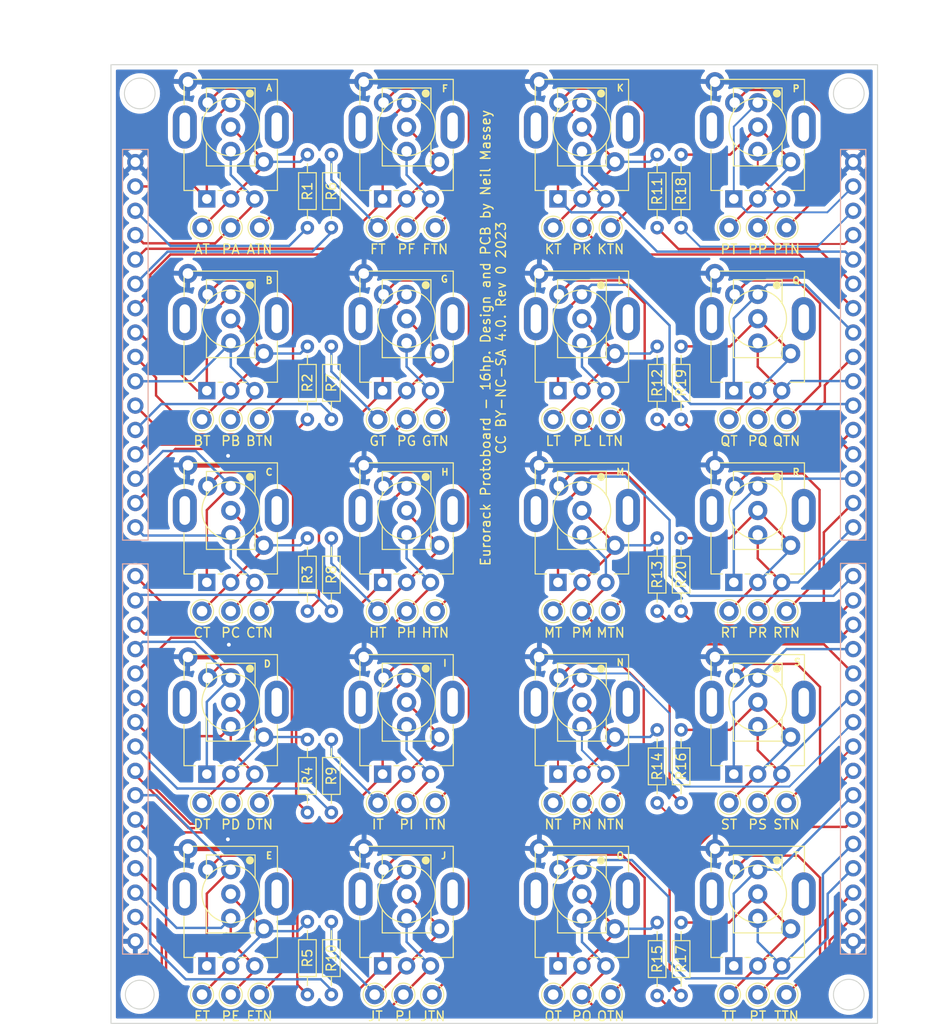
<source format=kicad_pcb>
(kicad_pcb (version 20221018) (generator pcbnew)
  (layers (0 "F.Cu" signal) (31 "B.Cu" signal) (34 "B.Paste" user) (35 "F.Paste" user) (36 "B.SilkS" user "B.Silkscreen") (37 "F.SilkS" user "F.Silkscreen") (38 "B.Mask" user) (39 "F.Mask" user) (44 "Edge.Cuts" user))
  (net 0 "")
  (net 1 "GND")
  (net 2 "Net-(J1-PadTN)")
  (net 3 "A2")
  (net 4 "A1")
  (net 5 "A3")
  (net 6 "Net-(J1-PadT)")
  (net 7 "Net-(J2-PadT)")
  (net 8 "Net-(J2-PadTN)")
  (net 9 "Net-(J3-PadT)")
  (net 10 "Net-(J3-PadTN)")
  (net 11 "Net-(J4-PadT)")
  (net 12 "Net-(J4-PadTN)")
  (net 13 "Net-(J5-PadT)")
  (net 14 "Net-(J5-PadTN)")
  (net 15 "Net-(J6-PadT)")
  (net 16 "Net-(J6-PadTN)")
  (net 17 "Net-(J7-PadT)")
  (net 18 "Net-(J7-PadTN)")
  (net 19 "Net-(J8-PadT)")
  (net 20 "Net-(J8-PadTN)")
  (net 21 "E1")
  (net 22 "E2")
  (net 23 "E3")
  (net 24 "B1")
  (net 25 "B2")
  (net 26 "B3")
  (net 27 "F1")
  (net 28 "F2")
  (net 29 "F3")
  (net 30 "C1")
  (net 31 "C2")
  (net 32 "C3")
  (net 33 "G1")
  (net 34 "G2")
  (net 35 "G3")
  (net 36 "D1")
  (net 37 "D2")
  (net 38 "D3")
  (net 39 "H1")
  (net 40 "H2")
  (net 41 "H3")
  (net 42 "Net-(J9-PadT)")
  (net 43 "Net-(J9-PadTN)")
  (net 44 "Net-(J10-PadT)")
  (net 45 "Net-(J10-PadTN)")
  (net 46 "I2")
  (net 47 "J2")
  (net 48 "I1")
  (net 49 "I3")
  (net 50 "J1")
  (net 51 "J3")
  (net 52 "Net-(J13-PadT)")
  (net 53 "Net-(J13-PadTN)")
  (net 54 "Net-(J14-PadT)")
  (net 55 "Net-(J14-PadTN)")
  (net 56 "Net-(J15-PadT)")
  (net 57 "Net-(J15-PadTN)")
  (net 58 "Net-(J16-PadT)")
  (net 59 "Net-(J16-PadTN)")
  (net 60 "Net-(J17-PadT)")
  (net 61 "Net-(J17-PadTN)")
  (net 62 "Net-(J18-PadT)")
  (net 63 "Net-(J18-PadTN)")
  (net 64 "Net-(J19-PadT)")
  (net 65 "Net-(J19-PadTN)")
  (net 66 "Net-(J20-PadT)")
  (net 67 "Net-(J20-PadTN)")
  (net 68 "K1")
  (net 69 "K2")
  (net 70 "K3")
  (net 71 "P1")
  (net 72 "P2")
  (net 73 "P3")
  (net 74 "L1")
  (net 75 "L2")
  (net 76 "L3")
  (net 77 "Q1")
  (net 78 "Q2")
  (net 79 "Q3")
  (net 80 "M1")
  (net 81 "M2")
  (net 82 "M3")
  (net 83 "R1")
  (net 84 "R2")
  (net 85 "R3")
  (net 86 "N1")
  (net 87 "N2")
  (net 88 "N3")
  (net 89 "S1")
  (net 90 "S2")
  (net 91 "S3")
  (net 92 "O1")
  (net 93 "O2")
  (net 94 "O3")
  (net 95 "T1")
  (net 96 "T2")
  (net 97 "T3")
  (net 98 "Net-(J11-PadT)")
  (net 99 "Net-(J11-PadTN)")
  (net 100 "Net-(J12-PadT)")
  (net 101 "Net-(J12-PadTN)")
  (footprint "winterbloom:Potentiometer_Alpha_R0904N" (layer "F.Cu") (at 30.85 46.5)
    (fp_text reference "RV10")
    (fp_text value "H")
  )
  (footprint "TestPoint:TestPoint_THTPad_D2.0mm_Drill1.0mm" (layer "F.Cu") (at 12.5 97)
    (fp_text reference "TP15" hide)
    (fp_text value "PE")
  )
  (footprint "TestPoint:TestPoint_THTPad_D2.0mm_Drill1.0mm" (layer "F.Cu") (at 33.85 37)
    (fp_text reference "TP24" hide)
    (fp_text value "GTN")
  )
  (footprint "winterbloom:Miniature_Switch_SPDT_2.54MM" (layer "F.Cu") (at 30.85 46.5)
    (fp_text reference "SW10" hide)
    (fp_text value "SW_SPDT")
  )
  (footprint "winterbloom:Potentiometer_Alpha_R0904N" (layer "F.Cu") (at 49.15 86.5)
    (fp_text reference "RV15")
    (fp_text value "O")
  )
  (footprint "TestPoint:TestPoint_THTPad_D2.0mm_Drill1.0mm" (layer "F.Cu") (at 67.5 97)
    (fp_text reference "TP57" hide)
    (fp_text value "PT")
  )
  (footprint "winterbloom:Potentiometer_Alpha_R0904N" (layer "F.Cu") (at 12.5 46.5)
    (fp_text reference "RV3")
    (fp_text value "C")
  )
  (footprint "Resistor_THT:R_Axial_DIN0204_L3.6mm_D1.6mm_P7.62mm_Horizontal" (layer "F.Cu") (at 57 97.1 90)
    (fp_text reference "R15")
    (fp_text value "R")
  )
  (footprint "winterbloom:Potentiometer_Alpha_R0904N" (layer "F.Cu") (at 67.5 6.5)
    (fp_text reference "RV18")
    (fp_text value "P")
  )
  (footprint "TestPoint:TestPoint_THTPad_D2.0mm_Drill1.0mm" (layer "F.Cu") (at 30.85 17)
    (fp_text reference "TP28" hide)
    (fp_text value "PF")
  )
  (footprint "winterbloom:Miniature_Switch_SPDT_2.54MM" (layer "F.Cu") (at 67.5 26.5)
    (fp_text reference "SW19" hide)
    (fp_text value "SW_SPDT")
  )
  (footprint "winterbloom:Miniature_Switch_SPDT_2.54MM" (layer "F.Cu") (at 67.5 66.5)
    (fp_text reference "SW16" hide)
    (fp_text value "SW_SPDT")
  )
  (footprint "TestPoint:TestPoint_THTPad_D2.0mm_Drill1.0mm" (layer "F.Cu") (at 9.5 97)
    (fp_text reference "TP5" hide)
    (fp_text value "ET")
  )
  (footprint "TestPoint:TestPoint_THTPad_D2.0mm_Drill1.0mm" (layer "F.Cu") (at 9.5 57)
    (fp_text reference "TP3" hide)
    (fp_text value "CT")
  )
  (footprint "winterbloom:Miniature_Switch_SPDT_2.54MM" (layer "F.Cu") (at 12.5 26.5)
    (fp_text reference "SW2" hide)
    (fp_text value "SW_SPDT")
  )
  (footprint "winterbloom:Miniature_Switch_SPDT_2.54MM" (layer "F.Cu") (at 67.5 46.5)
    (fp_text reference "SW20" hide)
    (fp_text value "SW_SPDT")
  )
  (footprint "winterbloom:Potentiometer_Alpha_R0904N" (layer "F.Cu") (at 12.5 26.5)
    (fp_text reference "RV2")
    (fp_text value "B")
  )
  (footprint "TestPoint:TestPoint_THTPad_D2.0mm_Drill1.0mm" (layer "F.Cu") (at 67.5 17)
    (fp_text reference "TP58" hide)
    (fp_text value "PP")
  )
  (footprint "TestPoint:TestPoint_THTPad_D2.0mm_Drill1.0mm" (layer "F.Cu") (at 30.85 77)
    (fp_text reference "TP26" hide)
    (fp_text value "PI")
  )
  (footprint "Resistor_THT:R_Axial_DIN0204_L3.6mm_D1.6mm_P7.62mm_Horizontal" (layer "F.Cu") (at 59.5 97.1 90)
    (fp_text reference "R17")
    (fp_text value "R")
  )
  (footprint "TestPoint:TestPoint_THTPad_D2.0mm_Drill1.0mm" (layer "F.Cu") (at 27.52 97)
    (fp_text reference "TP17" hide)
    (fp_text value "JT")
  )
  (footprint "TestPoint:TestPoint_THTPad_D2.0mm_Drill1.0mm" (layer "F.Cu") (at 27.85 37)
    (fp_text reference "TP19" hide)
    (fp_text value "GT")
  )
  (footprint "TestPoint:TestPoint_THTPad_D2.0mm_Drill1.0mm" (layer "F.Cu") (at 64.5 17)
    (fp_text reference "TP48" hide)
    (fp_text value "PT")
  )
  (footprint "winterbloom:Miniature_Switch_SPDT_2.54MM" (layer "F.Cu") (at 12.5 66.5)
    (fp_text reference "SW4" hide)
    (fp_text value "SW_SPDT")
  )
  (footprint "Resistor_THT:R_Axial_DIN0204_L3.6mm_D1.6mm_P7.62mm_Horizontal" (layer "F.Cu") (at 20.5 78 90)
    (fp_text reference "R4")
    (fp_text value "R")
  )
  (footprint "winterbloom:Potentiometer_Alpha_R0904N" (layer "F.Cu") (at 12.5 66.5)
    (fp_text reference "RV4")
    (fp_text value "D")
  )
  (footprint "TestPoint:TestPoint_THTPad_D2.0mm_Drill1.0mm" (layer "F.Cu") (at 70.5 77)
    (fp_text reference "TP51" hide)
    (fp_text value "STN")
  )
  (footprint "winterbloom:Potentiometer_Alpha_R0904N" (layer "F.Cu") (at 30.85 26.5)
    (fp_text reference "RV9")
    (fp_text value "G")
  )
  (footprint "winterbloom:Potentiometer_Alpha_R0904N" (layer "F.Cu") (at 12.5 86.5)
    (fp_text reference "RV5")
    (fp_text value "E")
  )
  (footprint "winterbloom:Potentiometer_Alpha_R0904N" (layer "F.Cu") (at 30.85 66.5)
    (fp_text reference "RV6")
    (fp_text value "I")
  )
  (footprint "Resistor_THT:R_Axial_DIN0204_L3.6mm_D1.6mm_P7.62mm_Horizontal" (layer "F.Cu") (at 59.5 17 90)
    (fp_text reference "R18")
    (fp_text value "R")
  )
  (footprint "Resistor_THT:R_Axial_DIN0204_L3.6mm_D1.6mm_P7.62mm_Horizontal" (layer "F.Cu") (at 23 37 90)
    (fp_text reference "R7")
    (fp_text value "R")
  )
  (footprint "TestPoint:TestPoint_THTPad_D2.0mm_Drill1.0mm" (layer "F.Cu") (at 33.52 97)
    (fp_text reference "TP22" hide)
    (fp_text value "JTN")
  )
  (footprint "TestPoint:TestPoint_THTPad_D2.0mm_Drill1.0mm" (layer "F.Cu") (at 52.15 77)
    (fp_text reference "TP39" hide)
    (fp_text value "NTN")
  )
  (footprint "Resistor_THT:R_Axial_DIN0204_L3.6mm_D1.6mm_P7.62mm_Horizontal" (layer "F.Cu") (at 57 77 90)
    (fp_text reference "R14")
    (fp_text value "R")
  )
  (footprint "winterbloom:Miniature_Switch_SPDT_2.54MM" (layer "F.Cu") (at 67.5 86.5)
    (fp_text reference "SW17" hide)
    (fp_text value "SW_SPDT")
  )
  (footprint "Resistor_THT:R_Axial_DIN0204_L3.6mm_D1.6mm_P7.62mm_Horizontal" (layer "F.Cu") (at 20.5 57 90)
    (fp_text reference "R3")
    (fp_text value "R")
  )
  (footprint "TestPoint:TestPoint_THTPad_D2.0mm_Drill1.0mm" (layer "F.Cu") (at 49.15 97)
    (fp_text reference "TP45" hide)
    (fp_text value "PO")
  )
  (footprint "TestPoint:TestPoint_THTPad_D2.0mm_Drill1.0mm" (layer "F.Cu") (at 9.5 17)
    (fp_text reference "TP1" hide)
    (fp_text value "AT")
  )
  (footprint "winterbloom:slimjackfootprint" (layer "F.Cu") (at 49.15 26.5 -136.55)
    (fp_text reference "J12" hide)
    (fp_text value "JL" hide)
  )
  (footprint "winterbloom:Miniature_Switch_SPDT_2.54MM" (layer "F.Cu") (at 49.15 6.5)
    (fp_text reference "SW11" hide)
    (fp_text value "SW_SPDT")
  )
  (footprint "winterbloom:slimjackfootprint" (layer "F.Cu") (at 49.15 66.5 -136.55)
    (fp_text reference "J14" hide)
    (fp_text value "JN" hide)
  )
  (footprint "Resistor_THT:R_Axial_DIN0204_L3.6mm_D1.6mm_P7.62mm_Horizontal" (layer "F.Cu") (at 20.5 37 90)
    (fp_text reference "R2")
    (fp_text value "R")
  )
  (footprint "TestPoint:TestPoint_THTPad_D2.0mm_Drill1.0mm" (layer "F.Cu") (at 30.85 37)
    (fp_text reference "TP29" hide)
    (fp_text value "PG")
  )
  (footprint "TestPoint:TestPoint_THTPad_D2.0mm_Drill1.0mm" (layer "F.Cu") (at 46.15 57)
    (fp_text reference "TP33" hide)
    (fp_text value "MT")
  )
  (footprint "winterbloom:Miniature_Switch_SPDT_2.54MM" (layer "F.Cu") (at 30.85 6.5)
    (fp_text reference "SW8" hide)
    (fp_text value "SW_SPDT")
  )
  (footprint "winterbloom:slimjackfootprint" (layer "F.Cu") (at 12.5 66.5 -136.55)
    (fp_text reference "J4" hide)
    (fp_text value "JD" hide)
  )
  (footprint "TestPoint:TestPoint_THTPad_D2.0mm_Drill1.0mm" (layer "F.Cu") (at 52.15 17)
    (fp_text reference "TP36" hide)
    (fp_text value "KTN")
  )
  (footprint "TestPoint:TestPoint_THTPad_D2.0mm_Drill1.0mm" (layer "F.Cu") (at 46.15 77)
    (fp_text reference "TP34" hide)
    (fp_text value "NT")
  )
  (footprint "winterbloom:slimjackfootprint" (layer "F.Cu") (at 12.5 26.5 -136.55)
    (fp_text reference "J2" hide)
    (fp_text value "JB" hide)
  )
  (footprint "TestPoint:TestPoint_THTPad_D2.0mm_Drill1.0mm" (layer "F.Cu") (at 46.15 97)
    (fp_text reference "TP35" hide)
    (fp_text value "OT")
  )
  (footprint "Resistor_THT:R_Axial_DIN0204_L3.6mm_D1.6mm_P7.62mm_Horizontal" (layer "F.Cu") (at 23 57 90)
    (fp_text reference "R8")
    (fp_text value "R")
  )
  (footprint "Resistor_THT:R_Axial_DIN0204_L3.6mm_D1.6mm_P7.62mm_Horizontal" (layer "F.Cu") (at 23 78 90)
    (fp_text reference "R9")
    (fp_text value "R")
  )
  (footprint "winterbloom:Potentiometer_Alpha_R0904N" (layer "F.Cu") (at 67.5 46.5)
    (fp_text reference "RV20")
    (fp_text value "R")
  )
  (footprint "TestPoint:TestPoint_THTPad_D2.0mm_Drill1.0mm" (layer "F.Cu") (at 9.5 37)
    (fp_text reference "TP2" hide)
    (fp_text value "BT")
  )
  (footprint "TestPoint:TestPoint_THTPad_D2.0mm_Drill1.0mm" (layer "F.Cu") (at 70.5 37)
    (fp_text reference "TP54" hide)
    (fp_text value "QTN")
  )
  (footprint "winterbloom:slimjackfootprint" (layer "F.Cu") (at 49.15 6.5 -136.55)
    (fp_text reference "J11" hide)
    (fp_text value "JK" hide)
  )
  (footprint "TestPoint:TestPoint_THTPad_D2.0mm_Drill1.0mm" (layer "F.Cu") (at 12.5 37)
    (fp_text reference "TP12" hide)
    (fp_text value "PB")
  )
  (footprint "TestPoint:TestPoint_THTPad_D2.0mm_Drill1.0mm" (layer "F.Cu") (at 27.85 77)
    (fp_text reference "TP16" hide)
    (fp_text value "IT")
  )
  (footprint "TestPoint:TestPoint_THTPad_D2.0mm_Drill1.0mm" (layer "F.Cu") (at 67.5 77)
    (fp_text reference "TP56" hide)
    (fp_text value "PS")
  )
  (footprint "Resistor_THT:R_Axial_DIN0204_L3.6mm_D1.6mm_P7.62mm_Horizontal" (layer "F.Cu") (at 23 97 90)
    (fp_text reference "R10")
    (fp_text value "R")
  )
  (footprint "winterbloom:Potentiometer_Alpha_R0904N" (layer "F.Cu") (at 49.15 26.5)
    (fp_text reference "RV12")
    (fp_text value "L")
  )
  (footprint "TestPoint:TestPoint_THTPad_D2.0mm_Drill1.0mm" (layer "F.Cu") (at 52.15 57)
    (fp_text reference "TP38" hide)
    (fp_text value "MTN")
  )
  (footprint "TestPoint:TestPoint_THTPad_D2.0mm_Drill1.0mm" (layer "F.Cu") (at 46.15 37)
    (fp_text reference "TP32" hide)
    (fp_text value "LT")
  )
  (footprint "winterbloom:Potentiometer_Alpha_R0904N" (layer "F.Cu") (at 67.5 66.5)
    (fp_text reference "RV16")
    (fp_text value "S")
  )
  (footprint "TestPoint:TestPoint_THTPad_D2.0mm_Drill1.0mm" (layer "F.Cu") (at 67.5 57)
    (fp_text reference "TP60" hide)
    (fp_text value "PR")
  )
  (footprint "winterbloom:slimjackfootprint" (layer "F.Cu") (at 49.15 86.5 -136.55)
    (fp_text reference "J15" hide)
    (fp_text value "JO" hide)
  )
  (footprint "TestPoint:TestPoint_THTPad_D2.0mm_Drill1.0mm" (layer "F.Cu") (at 70.5 97)
    (fp_text reference "TP52" hide)
    (fp_text value "TTN")
  )
  (footprint "winterbloom:Miniature_Switch_SPDT_2.54MM" (layer "F.Cu") (at 12.5 6.5)
    (fp_text reference "SW1" hide)
    (fp_text value "SW_SPDT")
  )
  (footprint "TestPoint:TestPoint_THTPad_D2.0mm_Drill1.0mm" (layer "F.Cu") (at 33.85 77)
    (fp_text reference "TP21" hide)
    (fp_text value "ITN")
  )
  (footprint "TestPoint:TestPoint_THTPad_D2.0mm_Drill1.0mm" (layer "F.Cu") (at 15.5 77)
    (fp_text reference "TP9" hide)
    (fp_text value "DTN")
  )
  (footprint "TestPoint:TestPoint_THTPad_D2.0mm_Drill1.0mm" (layer "F.Cu") (at 49.15 57)
    (fp_text reference "TP43" hide)
    (fp_text value "PM")
  )
  (footprint "winterbloom:slimjackfootprint" (layer "F.Cu") (at 67.5 86.5 -136.55)
    (fp_text reference "J17" hide)
    (fp_text value "JT" hide)
  )
  (footprint "winterbloom:slimjackfootprint" (layer "F.Cu") (at 12.5 6.5 -136.55)
    (fp_text reference "J1" hide)
    (fp_text value "JA" hide)
  )
  (footprint "TestPoint:TestPoint_THTPad_D2.0mm_Drill1.0mm" (layer "F.Cu") (at 9.5 77)
    (fp_text reference "TP4" hide)
    (fp_text value "DT")
  )
  (footprint "TestPoint:TestPoint_THTPad_D2.0mm_Drill1.0mm" (layer "F.Cu") (at 27.85 57)
    (fp_text reference "TP20" hide)
    (fp_text value "HT")
  )
  (footprint "TestPoint:TestPoint_THTPad_D2.0mm_Drill1.0mm" (layer "F.Cu") (at 70.5 57)
    (fp_text reference "TP55" hide)
    (fp_text value "RTN")
  )
  (footprint "TestPoint:TestPoint_THTPad_D2.0mm_Drill1.0mm" (layer "F.Cu") (at 46.15 17)
    (fp_text reference "TP31" hide)
    (fp_text value "KT")
  )
  (footprint "winterbloom:slimjackfootprint" (layer "F.Cu") (at 67.5 26.5 -136.55)
    (fp_text reference "J19" hide)
    (fp_text value "JQ" hide)
  )
  (footprint "winterbloom:slimjackfootprint" (layer "F.Cu") (at 67.5 66.5 -136.55)
    (fp_text reference "J16" hide)
    (fp_text value "JS" hide)
  )
  (footprint "TestPoint:TestPoint_THTPad_D2.0mm_Drill1.0mm" (layer "F.Cu") (at 30.85 57)
    (fp_text reference "TP30" hide)
    (fp_text value "PH")
  )
  (footprint "winterbloom:slimjackfootprint" (layer "F.Cu") (at 67.5 6.5 -136.55)
    (fp_text reference "J18" hide)
    (fp_text value "JP" hide)
  )
  (footprint "winterbloom:slimjackfootprint" (layer "F.Cu") (at 30.85 26.5 -136.55)
    (fp_text reference "J9" hide)
    (fp_text value "JG" hide)
  )
  (footprint "winterbloom:Potentiometer_Alpha_R0904N" (layer "F.Cu") (at 30.85 86.5)
    (fp_text reference "RV7")
    (fp_text value "J")
  )
  (footprint "winterbloom:slimjackfootprint" (layer "F.Cu") (at 67.5 46.5 -136.55)
    (fp_text reference "J20" hide)
    (fp_text value "JR" hide)
  )
  (footprint "Resistor_THT:R_Axial_DIN0204_L3.6mm_D1.6mm_P7.62mm_Horizontal" (layer "F.Cu") (at 57 57 90)
    (fp_text reference "R13")
    (fp_text value "R")
  )
  (footprint "winterbloom:Miniature_Switch_SPDT_2.54MM" (layer "F.Cu") (at 49.15 66.5)
    (fp_text reference "SW14" hide)
    (fp_text value "SW_SPDT")
  )
  (footprint "winterbloom:slimjackfootprint" (layer "F.Cu") (at 30.85 86.5 -136.55)
    (fp_text reference "J7" hide)
    (fp_text value "JJ" hide)
  )
  (footprint "Resistor_THT:R_Axial_DIN0204_L3.6mm_D1.6mm_P7.62mm_Horizontal" (layer "F.Cu") (at 23 17 90)
    (fp_text reference "R6")
    (fp_text value "R")
  )
  (footprint "winterbloom:Miniature_Switch_SPDT_2.54MM" (layer "F.Cu") (at 49.15 86.5)
    (fp_text reference "SW15" hide)
    (fp_text value "SW_SPDT")
  )
  (footprint "TestPoint:TestPoint_THTPad_D2.0mm_Drill1.0mm" (layer "F.Cu") (at 49.15 17)
    (fp_text reference "TP41" hide)
    (fp_text value "PK")
  )
  (footprint "winterbloom:Potentiometer_Alpha_R0904N" (layer "F.Cu") (at 67.5 86.5)
    (fp_text reference "RV17")
    (fp_text value "T")
  )
  (footprint "TestPoint:TestPoint_THTPad_D2.0mm_Drill1.0mm" (layer "F.Cu") (at 12.5 77)
    (fp_text reference "TP14" hide)
    (fp_text value "PD")
  )
  (footprint "TestPoint:TestPoint_THTPad_D2.0mm_Drill1.0mm" (layer "F.Cu") (at 27.85 17)
    (fp_text reference "TP18" hide)
    (fp_text value "FT")
  )
  (footprint "TestPoint:TestPoint_THTPad_D2.0mm_Drill1.0mm" (layer "F.Cu") (at 49.15 37)
    (fp_text reference "TP42" hide)
    (fp_text value "PL")
  )
  (footprint "Resistor_THT:R_Axial_DIN0204_L3.6mm_D1.6mm_P7.62mm_Horizontal" (layer "F.Cu") (at 59.5 57 90)
    (fp_text reference "R20")
    (fp_text value "R")
  )
  (footprint "TestPoint:TestPoint_THTPad_D2.0mm_Drill1.0mm" (layer "F.Cu") (at 33.85 57)
    (fp_text reference "TP25" hide)
    (fp_text value "HTN")
  )
  (footprint "winterbloom:slimjackfootprint" (layer "F.Cu") (at 30.85 46.5 -136.55)
    (fp_text reference "J10" hide)
    (fp_text value "JH" hide)
  )
  (footprint "TestPoint:TestPoint_THTPad_D2.0mm_Drill1.0mm" (layer "F.Cu") (at 33.85 17)
    (fp_text reference "TP23" hide)
    (fp_text value "FTN")
  )
  (footprint "winterbloom:Miniature_Switch_SPDT_2.54MM" (layer "F.Cu") (at 12.5 86.5)
    (fp_text reference "SW5" hide)
    (fp_text value "SW_SPDT")
  )
  (footprint "Resistor_THT:R_Axial_DIN0204_L3.6mm_D1.6mm_P7.62mm_Horizontal" (layer "F.Cu") (at 57 37 90)
    (fp_text reference "R12")
    (fp_text value "R")
  )
  (footprint "TestPoint:TestPoint_THTPad_D2.0mm_Drill1.0mm" (layer "F.Cu") (at 12.5 57)
    (fp_text reference "TP13" hide)
    (fp_text value "PC")
  )
  (footprint "Resistor_THT:R_Axial_DIN0204_L3.6mm_D1.6mm_P7.62mm_Horizontal" (layer "F.Cu") (at 20.5 97 90)
    (fp_text reference "R5")
    (fp_text value "R")
  )
  (footprint "TestPoint:TestPoint_THTPad_D2.0mm_Drill1.0mm" (layer "F.Cu") (at 12.5 17)
    (fp_text reference "TP11" hide)
    (fp_text value "PA")
  )
  (footprint "winterbloom:slimjackfootprint" (layer "F.Cu") (at 12.5 46.5 -136.55)
    (fp_text reference "J3" hide)
    (fp_text value "JC" hide)
  )
  (footprint "Resistor_THT:R_Axial_DIN0204_L3.6mm_D1.6mm_P7.62mm_Horizontal" (layer "F.Cu") (at 20.5 17 90)
    (fp_text reference "R1")
    (fp_text value "R")
  )
  (footprint "winterbloom:Potentiometer_Alpha_R0904N" (layer "F.Cu") (at 30.85 6.5)
    (fp_text reference "RV8")
    (fp_text value "F")
  )
  (footprint "winterbloom:Miniature_Switch_SPDT_2.54MM" (layer "F.Cu") (at 30.85 86.5)
    (fp_text reference "SW7" hide)
    (fp_text value "SW_SPDT")
  )
  (footprint "TestPoint:TestPoint_THTPad_D2.0mm_Drill1.0mm" (layer "F.Cu") (at 64.5 97)
    (fp_text reference "TP47" hide)
    (fp_text value "TT")
  )
  (footprint "TestPoint:TestPoint_THTPad_D2.0mm_Drill1.0mm" (layer "F.Cu") (at 52.15 97)
    (fp_text reference "TP40" hide)
    (fp_text value "OTN")
  )
  (footprint "TestPoint:TestPoint_THTPad_D2.0mm_Drill1.0mm" (layer "F.Cu") (at 52.15 37)
    (fp_text reference "TP37" hide)
    (fp_text value "LTN")
  )
  (footprint "TestPoint:TestPoint_THTPad_D2.0mm_Drill1.0mm" (layer "F.Cu") (at 15.5 97)
    (fp_text reference "TP10" hide)
    (fp_text value "ETN")
  )
  (footprint "TestPoint:TestPoint_THTPad_D2.0mm_Drill1.0mm" (layer "F.Cu") (at 15.5 37)
    (fp_text reference "TP7" hide)
    (fp_text value "BTN")
  )
  (footprint "winterbloom:Potentiometer_Alpha_R0904N" (layer "F.Cu") (at 49.15 6.5)
    (fp_text reference "RV11")
    (fp_text value "K")
  )
  (footprint "winterbloom:Miniature_Switch_SPDT_2.54MM" (layer "F.Cu") (at 12.5 46.5)
    (fp_text reference "SW3" hide)
    (fp_text value "SW_SPDT")
  )
  (footprint "winterbloom:slimjackfootprint" (layer "F.Cu") (at 12.5 86.5 -136.55)
    (fp_text reference "J5" hide)
    (fp_text value "JE" hide)
  )
  (footprint "winterbloom:Potentiometer_Alpha_R0904N" (layer "F.Cu") (at 49.15 46.5)
    (fp_text reference "RV13")
    (fp_text value "M")
  )
  (footprint "TestPoint:TestPoint_THTPad_D2.0mm_Drill1.0mm" (layer "F.Cu") (at 49.15 77)
    (fp_text reference "TP44" hide)
    (fp_text value "PN")
  )
  (footprint "winterbloom:Miniature_Switch_SPDT_2.54MM" (layer "F.Cu") (at 49.15 46.5)
    (fp_text reference "SW13" hide)
    (fp_text value "SW_SPDT")
  )
  (footprint "TestPoint:TestPoint_THTPad_D2.0mm_Drill1.0mm" (layer "F.Cu") (at 64.5 77)
    (fp_text reference "TP46" hide)
    (fp_text value "ST")
  )
  (footprint "TestPoint:TestPoint_THTPad_D2.0mm_Drill1.0mm" (layer "F.Cu") (at 64.5 57)
    (fp_text reference "TP50" hide)
    (fp_text value "RT")
  )
  (footprint "winterbloom:slimjackfootprint" (layer "F.Cu") (at 30.85 6.5 -136.55)
    (fp_text reference "J8" hide)
    (fp_text value "JF" hide)
  )
  (footprint "winterbloom:Miniature_Switch_SPDT_2.54MM" (layer "F.Cu") (at 49.15 26.5)
    (fp_text reference "SW12" hide)
    (fp_text value "SW_SPDT")
  )
  (footprint "TestPoint:TestPoint_THTPad_D2.0mm_Drill1.0mm" (layer "F.Cu") (at 70.5 17)
    (fp_text reference "TP53" hide)
    (fp_text value "PTN")
  )
  (footprint "Resistor_THT:R_Axial_DIN0204_L3.6mm_D1.6mm_P7.62mm_Horizontal" (layer "F.Cu") (at 59.5 77 90)
    (fp_text reference "R16")
    (fp_text value "R")
  )
  (footprint "winterbloom:Miniature_Switch_SPDT_2.54MM" (layer "F.Cu") (at 67.5 6.5)
    (fp_text reference "SW18" hide)
    (fp_text value "SW_SPDT")
  )
  (footprint "winterbloom:Potentiometer_Alpha_R0904N" (layer "F.Cu") (at 12.5 6.5)
    (fp_text reference "RV1")
    (fp_text value "A")
  )
  (footprint "Resistor_THT:R_Axial_DIN0204_L3.6mm_D1.6mm_P7.62mm_Horizontal" (layer "F.Cu") (at 57 17 90)
    (fp_text reference "R11")
    (fp_text value "R")
  )
  (footprint "winterbloom:Miniature_Switch_SPDT_2.54MM" (layer "F.Cu") (at 30.85 66.5)
    (fp_text reference "SW6" hide)
    (fp_text value "SW_SPDT")
  )
  (footprint "TestPoint:TestPoint_THTPad_D2.0mm_Drill1.0mm" (layer "F.Cu") (at 15.5 57)
    (fp_text reference "TP8" hide)
    (fp_text value "CTN")
  )
  (footprint "winterbloom:Potentiometer_Alpha_R0904N" (layer "F.Cu") (at 49.15 66.5)
    (fp_text reference "RV14")
    (fp_text value "N")
  )
  (footprint "TestPoint:TestPoint_THTPad_D2.0mm_Drill1.0mm" (layer "F.Cu") (at 15.5 17)
    (fp_text reference "TP6" hide)
    (fp_text value "ATN")
  )
  (footprint "TestPoint:TestPoint_THTPad_D2.0mm_Drill1.0mm" (layer "F.Cu") (at 30.52 97)
    (fp_text reference "TP27" hide)
    (fp_text value "PJ")
  )
  (footprint "TestPoint:TestPoint_THTPad_D2.0mm_Drill1.0mm" (layer "F.Cu") (at 64.5 37)
    (fp_text reference "TP49" hide)
    (fp_text value "QT")
  )
  (footprint "TestPoint:TestPoint_THTPad_D2.0mm_Drill1.0mm" (layer "F.Cu") (at 67.5 37)
    (fp_text reference "TP59" hide)
    (fp_text value "PQ")
  )
  (footprint "Resistor_THT:R_Axial_DIN0204_L3.6mm_D1.6mm_P7.62mm_Horizontal" (layer "F.Cu") (at 59.5 37 90)
    (fp_text reference "R19")
    (fp_text value "R")
  )
  (footprint "winterbloom:Miniature_Switch_SPDT_2.54MM" (layer "F.Cu") (at 30.85 26.5)
    (fp_text reference "SW9" hide)
    (fp_text value "SW_SPDT")
  )
  (footprint "winterbloom:Potentiometer_Alpha_R0904N" (layer "F.Cu") (at 67.5 26.5)
    (fp_text reference "RV19")
    (fp_text value "Q")
  )
  (footprint "winterbloom:slimjackfootprint" (layer "F.Cu") (at 30.85 66.5 -136.55)
    (fp_text reference "J6" hide)
    (fp_text value "JI" hide)
  )
  (footprint "winterbloom:slimjackfootprint" (layer "F.Cu") (at 49.15 46.5 -136.55)
    (fp_text reference "J13" hide)
    (fp_text value "JM" hide)
  )
  (footprint "Connector_PinHeader_2.54mm:PinHeader_1x16_P2.54mm_Vertical" (layer "B.Cu") (at 2.54 53.34 180)
    (fp_text reference "J22" hide)
    (fp_text value "Conn_01x16_Female")
  )
  (footprint "Connector_PinHeader_2.54mm:PinHeader_1x16_P2.54mm_Vertical" (layer "B.Cu") (at 77.46 53.34 180)
    (fp_text reference "J24" hide)
    (fp_text value "Conn_01x16_Female")
  )
  (footprint "Connector_PinHeader_2.54mm:PinHeader_1x16_P2.54mm_Vertical" (layer "B.Cu") (at 77.46 10.16 180)
    (fp_text reference "J23" hide)
    (fp_text value "Conn_01x16_Female")
  )
  (footprint "Connector_PinHeader_2.54mm:PinHeader_1x16_P2.54mm_Vertical" (layer "B.Cu") (at 2.54 10.16 180)
    (fp_text reference "J21" hide)
    (fp_text value "Conn_01x16_Female")
  )
  (gr_circle locked (center 3 97) (end 4.5 97) (stroke (width 0.1)) (fill none) (layer "Edge.Cuts"))
  (gr_circle locked (center 77 3) (end 78.6 3) (stroke (width 0.1)) (fill none) (layer "Edge.Cuts"))
  (gr_circle locked (center 77 97) (end 78.6 97) (stroke (width 0.1)) (fill none) (layer "Edge.Cuts"))
  (gr_rect locked (start 0 0) (end 80 100) (stroke (width 0.1)) (fill none) (layer "Edge.Cuts"))
  (gr_circle locked (center 3 3) (end 4.6 3) (stroke (width 0.1)) (fill none) (layer "Edge.Cuts"))
  (gr_text "Eurorack Protoboard - 16hp. Design and PCB by Neil Massey\nCC BY-NC-SA 4.0. Rev 0 2023" (at 39.9 28.5 90) (layer "F.SilkS") (effects (font (size 1 1))))
  (segment (start 11.237671 41.781164) (end 12.218835 40.8) (width 0.5) (layer "F.Cu") (net 1))
  (segment (start 8.029812 41.781164) (end 11.237671 41.781164) (width 0.5) (layer "F.Cu") (net 1))
  (segment (start 8.029812 81.781164) (end 11.218836 81.781164) (width 0.5) (layer "F.Cu") (net 1))
  (segment (start 11.018836 61.781164) (end 12.3 60.5) (width 0.5) (layer "F.Cu") (net 1))
  (segment (start 11.218836 81.781164) (end 12.2 80.8) (width 0.5) (layer "F.Cu") (net 1))
  (segment (start 8.029812 61.781164) (end 11.018836 61.781164) (width 0.5) (layer "F.Cu") (net 1))
  (via (at 12.218835 40.8) (size 0.8) (drill 0.4) (layers "F.Cu" "B.Cu") (net 1))
  (via (at 12.2 80.8) (size 0.8) (drill 0.4) (layers "F.Cu" "B.Cu") (net 1))
  (via (at 12.3 60.5) (size 0.8) (drill 0.4) (layers "F.Cu" "B.Cu") (net 1))
  (segment (start 11.552063 2.5) (end 10.092975 3.959088) (width 0.25) (layer "F.Cu") (net 2))
  (segment (start 15.5 17) (end 19.1 13.4) (width 0.25) (layer "F.Cu") (net 2))
  (segment (start 16.7 2.5) (end 11.552063 2.5) (width 0.25) (layer "F.Cu") (net 2))
  (segment (start 19.1 13.4) (end 19.1 4.9) (width 0.25) (layer "F.Cu") (net 2))
  (segment (start 19.1 4.9) (end 16.7 2.5) (width 0.25) (layer "F.Cu") (net 2))
  (segment (start 6.2 18.9) (end 2.54 15.24) (width 0.25) (layer "B.Cu") (net 3))
  (segment (start 18.6 18.9) (end 6.2 18.9) (width 0.25) (layer "B.Cu") (net 3))
  (segment (start 20.5 17) (end 18.6 18.9) (width 0.25) (layer "B.Cu") (net 3))
  (segment (start 10 14) (end 10 6.46) (width 0.25) (layer "F.Cu") (net 4))
  (segment (start 8.7 12.7) (end 2.54 12.7) (width 0.25) (layer "F.Cu") (net 4))
  (segment (start 10 6.46) (end 12.5 3.96) (width 0.25) (layer "F.Cu") (net 4))
  (segment (start 10 14) (end 8.7 12.7) (width 0.25) (layer "F.Cu") (net 4))
  (segment (start 3.39 18.63) (end 10.87 18.63) (width 0.25) (layer "F.Cu") (net 5))
  (segment (start 15 14.5) (end 15 14) (width 0.25) (layer "F.Cu") (net 5))
  (segment (start 12.5 17) (end 15 14.5) (width 0.25) (layer "F.Cu") (net 5))
  (segment (start 2.54 17.78) (end 3.39 18.63) (width 0.25) (layer "F.Cu") (net 5))
  (segment (start 10.87 18.63) (end 12.5 17) (width 0.25) (layer "F.Cu") (net 5))
  (segment (start 12.5 9.04) (end 12.5 11.5) (width 0.25) (layer "B.Cu") (net 5))
  (segment (start 12.5 11.5) (end 15 14) (width 0.25) (layer "B.Cu") (net 5))
  (segment (start 15.938607 10.561393) (end 15.938607 10.129874) (width 0.25) (layer "F.Cu") (net 6))
  (segment (start 9.5 17) (end 12.5 14) (width 0.25) (layer "F.Cu") (net 6))
  (segment (start 12.5 6.5) (end 15.938607 9.938607) (width 0.25) (layer "F.Cu") (net 6))
  (segment (start 15.938607 9.938607) (end 15.938607 10.129874) (width 0.25) (layer "F.Cu") (net 6))
  (segment (start 12.5 14) (end 15.938607 10.561393) (width 0.25) (layer "F.Cu") (net 6))
  (segment (start 15.938607 10.129874) (end 19.750126 10.129874) (width 0.25) (layer "B.Cu") (net 6))
  (segment (start 19.750126 10.129874) (end 20.5 9.38) (width 0.25) (layer "B.Cu") (net 6))
  (segment (start 15.938607 30.561393) (end 15.938607 30.129874) (width 0.25) (layer "F.Cu") (net 7))
  (segment (start 12.5 34) (end 15.938607 30.561393) (width 0.25) (layer "F.Cu") (net 7))
  (segment (start 15.938607 29.938607) (end 15.938607 30.129874) (width 0.25) (layer "F.Cu") (net 7))
  (segment (start 9.5 37) (end 12.5 34) (width 0.25) (layer "F.Cu") (net 7))
  (segment (start 12.5 26.5) (end 15.938607 29.938607) (width 0.25) (layer "F.Cu") (net 7))
  (segment (start 15.938607 30.129874) (end 19.750126 30.129874) (width 0.25) (layer "B.Cu") (net 7))
  (segment (start 19.750126 30.129874) (end 20.5 29.38) (width 0.25) (layer "B.Cu") (net 7))
  (segment (start 19 24.8) (end 19 33.5) (width 0.25) (layer "F.Cu") (net 8))
  (segment (start 16.7 22.5) (end 19 24.8) (width 0.25) (layer "F.Cu") (net 8))
  (segment (start 19 33.5) (end 15.5 37) (width 0.25) (layer "F.Cu") (net 8))
  (segment (start 11.552063 22.5) (end 16.7 22.5) (width 0.25) (layer "F.Cu") (net 8))
  (segment (start 10.092975 23.959088) (end 11.552063 22.5) (width 0.25) (layer "F.Cu") (net 8))
  (segment (start 15.938607 50.561393) (end 15.938607 50.129874) (width 0.25) (layer "F.Cu") (net 9))
  (segment (start 9.5 57) (end 12.5 54) (width 0.25) (layer "F.Cu") (net 9))
  (segment (start 15.938607 49.938607) (end 15.938607 50.129874) (width 0.25) (layer "F.Cu") (net 9))
  (segment (start 12.5 54) (end 15.938607 50.561393) (width 0.25) (layer "F.Cu") (net 9))
  (segment (start 12.5 46.5) (end 15.938607 49.938607) (width 0.25) (layer "F.Cu") (net 9))
  (segment (start 19.750126 50.129874) (end 20.5 49.38) (width 0.25) (layer "B.Cu") (net 9))
  (segment (start 15.938607 50.129874) (end 19.750126 50.129874) (width 0.25) (layer "B.Cu") (net 9))
  (segment (start 10.092975 43.959088) (end 11.546398 42.505665) (width 0.25) (layer "F.Cu") (net 10))
  (segment (start 11.546398 42.505665) (end 16.605665 42.505665) (width 0.25) (layer "F.Cu") (net 10))
  (segment (start 19 53.5) (end 15.5 57) (width 0.25) (layer "F.Cu") (net 10))
  (segment (start 19 44.9) (end 19 53.5) (width 0.25) (layer "F.Cu") (net 10))
  (segment (start 16.605665 42.505665) (end 19 44.9) (width 0.25) (layer "F.Cu") (net 10))
  (segment (start 15.938607 70.129874) (end 12.5 66.691267) (width 0.25) (layer "F.Cu") (net 11))
  (segment (start 9.5 77) (end 12.5 74) (width 0.25) (layer "F.Cu") (net 11))
  (segment (start 12.5 66.691267) (end 12.5 66.5) (width 0.25) (layer "F.Cu") (net 11))
  (segment (start 15.938607 70.561393) (end 15.938607 70.129874) (width 0.25) (layer "B.Cu") (net 11))
  (segment (start 12.5 74) (end 15.938607 70.561393) (width 0.25) (layer "B.Cu") (net 11))
  (segment (start 15.938607 70.129874) (end 20.249874 70.129874) (width 0.25) (layer "B.Cu") (net 11))
  (segment (start 20.249874 70.129874) (end 20.5 70.38) (width 0.25) (layer "B.Cu") (net 11))
  (segment (start 11.552063 62.5) (end 16.527386 62.5) (width 0.25) (layer "F.Cu") (net 12))
  (segment (start 18.875 73.625) (end 15.5 77) (width 0.25) (layer "F.Cu") (net 12))
  (segment (start 10.092975 63.959088) (end 11.552063 62.5) (width 0.25) (layer "F.Cu") (net 12))
  (segment (start 16.527386 62.5) (end 18.875 64.847614) (width 0.25) (layer "F.Cu") (net 12))
  (segment (start 18.875 64.847614) (end 18.875 73.625) (width 0.25) (layer "F.Cu") (net 12))
  (segment (start 15.938607 90.129874) (end 12.5 86.691267) (width 0.25) (layer "F.Cu") (net 13))
  (segment (start 9.5 97) (end 12.5 94) (width 0.25) (layer "F.Cu") (net 13))
  (segment (start 12.5 86.691267) (end 12.5 86.5) (width 0.25) (layer "F.Cu") (net 13))
  (segment (start 20.5 89.38) (end 19.5 90.38) (width 0.25) (layer "B.Cu") (net 13))
  (segment (start 16.188733 90.38) (end 15.938607 90.129874) (width 0.25) (layer "B.Cu") (net 13))
  (segment (start 15.938607 90.561393) (end 15.938607 90.129874) (width 0.25) (layer "B.Cu") (net 13))
  (segment (start 12.5 94) (end 15.938607 90.561393) (width 0.25) (layer "B.Cu") (net 13))
  (segment (start 19.5 90.38) (end 16.188733 90.38) (width 0.25) (layer "B.Cu") (net 13))
  (segment (start 19 84.8) (end 19 93.5) (width 0.25) (layer "F.Cu") (net 14))
  (segment (start 19 93.5) (end 15.5 97) (width 0.25) (layer "F.Cu") (net 14))
  (segment (start 11.552063 82.5) (end 16.7 82.5) (width 0.25) (layer "F.Cu") (net 14))
  (segment (start 10.092975 83.959088) (end 11.552063 82.5) (width 0.25) (layer "F.Cu") (net 14))
  (segment (start 16.7 82.5) (end 19 84.8) (width 0.25) (layer "F.Cu") (net 14))
  (segment (start 27.85 77) (end 30.85 74) (width 0.25) (layer "F.Cu") (net 15))
  (segment (start 34.288607 70.561393) (end 34.288607 70.129874) (width 0.25) (layer "F.Cu") (net 15))
  (segment (start 34.288607 69.938607) (end 34.288607 70.129874) (width 0.25) (layer "F.Cu") (net 15))
  (segment (start 30.85 66.5) (end 34.288607 69.938607) (width 0.25) (layer "F.Cu") (net 15))
  (segment (start 30.85 74) (end 34.288607 70.561393) (width 0.25) (layer "F.Cu") (net 15))
  (segment (start 23 70.38) (end 23 72) (width 0.25) (layer "B.Cu") (net 15))
  (segment (start 23 72) (end 28 77) (width 0.25) (layer "B.Cu") (net 15))
  (segment (start 29.902063 62.5) (end 35.05 62.5) (width 0.25) (layer "F.Cu") (net 16))
  (segment (start 37.35 64.8) (end 37.35 73.5) (width 0.25) (layer "F.Cu") (net 16))
  (segment (start 28.442975 63.959088) (end 29.902063 62.5) (width 0.25) (layer "F.Cu") (net 16))
  (segment (start 35.05 62.5) (end 37.35 64.8) (width 0.25) (layer "F.Cu") (net 16))
  (segment (start 37.35 73.5) (end 33.85 77) (width 0.25) (layer "F.Cu") (net 16))
  (segment (start 27.52 97) (end 27.85 97) (width 0.25) (layer "F.Cu") (net 17))
  (segment (start 34.288607 90.561393) (end 34.288607 90.129874) (width 0.25) (layer "F.Cu") (net 17))
  (segment (start 30.85 94) (end 34.288607 90.561393) (width 0.25) (layer "F.Cu") (net 17))
  (segment (start 27.85 97) (end 30.85 94) (width 0.25) (layer "F.Cu") (net 17))
  (segment (start 34.288607 89.938607) (end 34.288607 90.129874) (width 0.25) (layer "F.Cu") (net 17))
  (segment (start 30.85 86.5) (end 34.288607 89.938607) (width 0.25) (layer "F.Cu") (net 17))
  (segment (start 23 92.33) (end 27.67 97) (width 0.25) (layer "B.Cu") (net 17))
  (segment (start 23 89.38) (end 23 92.33) (width 0.25) (layer "B.Cu") (net 17))
  (segment (start 37.35 84.5) (end 37.35 93.17) (width 0.25) (layer "F.Cu") (net 18))
  (segment (start 37.35 93.17) (end 33.52 97) (width 0.25) (layer "F.Cu") (net 18))
  (segment (start 35.25 82.4) (end 37.35 84.5) (width 0.25) (layer "F.Cu") (net 18))
  (segment (start 30.002063 82.4) (end 35.25 82.4) (width 0.25) (layer "F.Cu") (net 18))
  (segment (start 28.442975 83.959088) (end 30.002063 82.4) (width 0.25) (layer "F.Cu") (net 18))
  (segment (start 34.288607 9.938607) (end 34.288607 10.129874) (width 0.25) (layer "F.Cu") (net 19))
  (segment (start 27.85 17) (end 30.85 14) (width 0.25) (layer "F.Cu") (net 19))
  (segment (start 30.85 14) (end 34.288607 10.561393) (width 0.25) (layer "F.Cu") (net 19))
  (segment (start 30.85 6.5) (end 34.288607 9.938607) (width 0.25) (layer "F.Cu") (net 19))
  (segment (start 34.288607 10.561393) (end 34.288607 10.129874) (width 0.25) (layer "F.Cu") (net 19))
  (segment (start 23 12) (end 28 17) (width 0.25) (layer "B.Cu") (net 19))
  (segment (start 23 9.38) (end 23 12) (width 0.25) (layer "B.Cu") (net 19))
  (segment (start 37.35 3.7) (end 37.35 13.5) (width 0.25) (layer "F.Cu") (net 20))
  (segment (start 36.15 2.5) (end 37.35 3.7) (width 0.25) (layer "F.Cu") (net 20))
  (segment (start 29.902063 2.5) (end 36.15 2.5) (width 0.25) (layer "F.Cu") (net 20))
  (segment (start 37.35 13.5) (end 33.85 17) (width 0.25) (layer "F.Cu") (net 20))
  (segment (start 28.442975 3.959088) (end 29.902063 2.5) (width 0.25) (layer "F.Cu") (net 20))
  (segment (start 10 86.46) (end 12.5 83.96) (width 0.25) (layer "F.Cu") (net 21))
  (segment (start 10 94) (end 10 86.46) (width 0.25) (layer "F.Cu") (net 21))
  (segment (start 4.74 76.2) (end 12.5 83.96) (width 0.25) (layer "B.Cu") (net 21))
  (segment (start 2.54 76.2) (end 4.74 76.2) (width 0.25) (layer "B.Cu") (net 21))
  (segment (start 3.8755 80.0755) (end 14.9755 80.0755) (width 0.25) (layer "F.Cu") (net 22))
  (segment (start 14.9755 80.0755) (end 19.449501 84.549501) (width 0.25) (layer "F.Cu") (net 22))
  (segment (start 2.54 78.74) (end 3.8755 80.0755) (width 0.25) (layer "F.Cu") (net 22))
  (segment (start 19.449501 84.549501) (end 19.449501 95.949501) (width 0.25) (layer "F.Cu") (net 22))
  (segment (start 19.449501 95.949501) (end 20.5 97) (width 0.25) (layer "F.Cu") (net 22))
  (segment (start 12.5 97) (end 15 94.5) (width 0.25) (layer "F.Cu") (net 23))
  (segment (start 12.5 89.04) (end 12.5 91.5) (width 0.25) (layer "F.Cu") (net 23))
  (segment (start 12.5 91.5) (end 15 94) (width 0.25) (layer "F.Cu") (net 23))
  (segment (start 15 94.5) (end 15 94) (width 0.25) (layer "F.Cu") (net 23))
  (segment (start 11.5 90.04) (end 6.85569 90.04) (width 0.25) (layer "B.Cu") (net 23))
  (segment (start 6.85569 90.04) (end 4.1 87.28431) (width 0.25) (layer "B.Cu") (net 23))
  (segment (start 12.5 89.04) (end 11.5 90.04) (width 0.25) (layer "B.Cu") (net 23))
  (segment (start 4.1 87.28431) (end 4.1 82.84) (width 0.25) (layer "B.Cu") (net 23))
  (segment (start 4.1 82.84) (end 2.54 81.28) (width 0.25) (layer "B.Cu") (net 23))
  (segment (start 10 26.46) (end 12.5 23.96) (width 0.25) (layer "F.Cu") (net 24))
  (segment (start 2.94 27.94) (end 2.54 27.94) (width 0.25) (layer "F.Cu") (net 24))
  (segment (start 10 34) (end 10 26.46) (width 0.25) (layer "F.Cu") (net 24))
  (segment (start 9 34) (end 2.94 27.94) (width 0.25) (layer "F.Cu") (net 24))
  (segment (start 4.7 34.5) (end 8.775499 38.575499) (width 0.25) (layer "F.Cu") (net 25))
  (segment (start 4.7 32.64) (end 4.7 34.5) (width 0.25) (layer "F.Cu") (net 25))
  (segment (start 2.54 30.48) (end 4.7 32.64) (width 0.25) (layer "F.Cu") (net 25))
  (segment (start 18.924501 38.575499) (end 20.5 37) (width 0.25) (layer "F.Cu") (net 25))
  (segment (start 8.775499 38.575499) (end 18.924501 38.575499) (width 0.25) (layer "F.Cu") (net 25))
  (segment (start 15 34.5) (end 15 34) (width 0.25) (layer "F.Cu") (net 26))
  (segment (start 12.5 37) (end 15 34.5) (width 0.25) (layer "F.Cu") (net 26))
  (segment (start 12.5 31.5) (end 12.5 29.04) (width 0.25) (layer "B.Cu") (net 26))
  (segment (start 8.48 33.02) (end 12.46 29.04) (width 0.25) (layer "B.Cu") (net 26))
  (segment (start 2.54 33.02) (end 8.48 33.02) (width 0.25) (layer "B.Cu") (net 26))
  (segment (start 12.46 29.04) (end 12.5 29.04) (width 0.25) (layer "B.Cu") (net 26))
  (segment (start 15 34) (end 12.5 31.5) (width 0.25) (layer "B.Cu") (net 26))
  (segment (start 2.54 20.32) (end 3.66 19.2) (width 0.25) (layer "F.Cu") (net 27))
  (segment (start 28.35 14) (end 28.35 6.46) (width 0.25) (layer "F.Cu") (net 27))
  (segment (start 28.35 14.3) (end 28.35 14) (width 0.25) (layer "F.Cu") (net 27))
  (segment (start 28.35 6.46) (end 30.85 3.96) (width 0.25) (layer "F.Cu") (net 27))
  (segment (start 23.45 19.2) (end 28.35 14.3) (width 0.25) (layer "F.Cu") (net 27))
  (segment (start 3.66 19.2) (end 23.45 19.2) (width 0.25) (layer "F.Cu") (net 27))
  (segment (start 5.9 19.5) (end 2.54 22.86) (width 0.25) (layer "B.Cu") (net 28))
  (segment (start 21 19.5) (end 5.9 19.5) (width 0.25) (layer "B.Cu") (net 28))
  (segment (start 23.5 17) (end 21 19.5) (width 0.25) (layer "B.Cu") (net 28))
  (segment (start 4.1 23.84) (end 4.1 21.9) (width 0.25) (layer "F.Cu") (net 29))
  (segment (start 33.35 14.5) (end 33.35 14) (width 0.25) (layer "F.Cu") (net 29))
  (segment (start 30.85 17) (end 33.35 14.5) (width 0.25) (layer "F.Cu") (net 29))
  (segment (start 2.54 25.4) (end 4.1 23.84) (width 0.25) (layer "F.Cu") (net 29))
  (segment (start 4.1 21.9) (end 6.2 19.8) (width 0.25) (layer "F.Cu") (net 29))
  (segment (start 6.2 19.8) (end 28.05 19.8) (width 0.25) (layer "F.Cu") (net 29))
  (segment (start 28.05 19.8) (end 30.85 17) (width 0.25) (layer "F.Cu") (net 29))
  (segment (start 30.85 9.04) (end 30.85 11.5) (width 0.25) (layer "B.Cu") (net 29))
  (segment (start 30.85 11.5) (end 33.35 14) (width 0.25) (layer "B.Cu") (net 29))
  (segment (start 10 46.46) (end 12.5 43.96) (width 0.25) (layer "F.Cu") (net 30))
  (segment (start 10 54) (end 10 46.46) (width 0.25) (layer "F.Cu") (net 30))
  (segment (start 8.84 40.3) (end 5.42 40.3) (width 0.25) (layer "B.Cu") (net 30))
  (segment (start 12.5 43.96) (end 8.84 40.3) (width 0.25) (layer "B.Cu") (net 30))
  (segment (start 5.42 40.3) (end 2.54 43.18) (width 0.25) (layer "B.Cu") (net 30))
  (segment (start 6.7245 40.0755) (end 4.5 42.3) (width 0.25) (layer "F.Cu") (net 31))
  (segment (start 4.5 42.3) (end 4.5 43.76) (width 0.25) (layer "F.Cu") (net 31))
  (segment (start 4.5 43.76) (end 2.54 45.72) (width 0.25) (layer "F.Cu") (net 31))
  (segment (start 14.81119 40.0755) (end 6.7245 40.0755) (width 0.25) (layer "F.Cu") (net 31))
  (segment (start 20.5 57) (end 21.7 55.8) (width 0.25) (layer "F.Cu") (net 31))
  (segment (start 21.7 46.96431) (end 14.81119 40.0755) (width 0.25) (layer "F.Cu") (net 31))
  (segment (start 21.7 55.8) (end 21.7 46.96431) (width 0.25) (layer "F.Cu") (net 31))
  (segment (start 15 54.5) (end 15 54) (width 0.25) (layer "F.Cu") (net 32))
  (segment (start 12.5 57) (end 15 54.5) (width 0.25) (layer "F.Cu") (net 32))
  (segment (start 2.54 48.26) (end 3.39 49.11) (width 0.25) (layer "B.Cu") (net 32))
  (segment (start 3.39 49.11) (end 11.43 49.11) (width 0.25) (layer "B.Cu") (net 32))
  (segment (start 15 54) (end 12.5 51.5) (width 0.25) (layer "B.Cu") (net 32))
  (segment (start 12.5 51.5) (end 12.5 49.04) (width 0.25) (layer "B.Cu") (net 32))
  (segment (start 28.35 26.46) (end 30.85 23.96) (width 0.25) (layer "F.Cu") (net 33))
  (segment (start 28.5 34) (end 23.323502 39.176498) (width 0.25) (layer "F.Cu") (net 33))
  (segment (start 23.323502 39.176498) (end 6.156498 39.176498) (width 0.25) (layer "F.Cu") (net 33))
  (segment (start 6.156498 39.176498) (end 2.54 35.56) (width 0.25) (layer "F.Cu") (net 33))
  (segment (start 28.35 34) (end 28.35 26.46) (width 0.25) (layer "F.Cu") (net 33))
  (segment (start 21.9 35.4) (end 5.24 35.4) (width 0.25) (layer "B.Cu") (net 34))
  (segment (start 23.5 37) (end 21.9 35.4) (width 0.25) (layer "B.Cu") (net 34))
  (segment (start 5.24 35.4) (end 2.54 38.1) (width 0.25) (layer "B.Cu") (net 34))
  (segment (start 30.85 37) (end 33.35 34.5) (width 0.25) (layer "F.Cu") (net 35))
  (segment (start 2.54 40.64) (end 3.554001 39.625999) (width 0.25) (layer "F.Cu") (net 35))
  (segment (start 28.224001 39.625999) (end 30.85 37) (width 0.25) (layer "F.Cu") (net 35))
  (segment (start 3.554001 39.625999) (end 28.224001 39.625999) (width 0.25) (layer "F.Cu") (net 35))
  (segment (start 33.35 34.5) (end 33.35 34) (width 0.25) (layer "F.Cu") (net 35))
  (segment (start 30.85 31.5) (end 30.85 29.04) (width 0.25) (layer "B.Cu") (net 35))
  (segment (start 33.35 34) (end 30.85 31.5) (width 0.25) (layer "B.Cu") (net 35))
  (segment (start 2.54 60.96) (end 3.3 60.2) (width 0.25) (layer "B.Cu") (net 36))
  (segment (start 10 66.46) (end 12.5 63.96) (width 0.25) (layer "B.Cu") (net 36))
  (segment (start 10 74) (end 10 66.46) (width 0.25) (layer "B.Cu") (net 36))
  (segment (start 8.74 60.2) (end 12.5 63.96) (width 0.25) (layer "B.Cu") (net 36))
  (segment (start 3.3 60.2) (end 8.74 60.2) (width 0.25) (layer "B.Cu") (net 36))
  (segment (start 14.438576 59.7755) (end 6.2645 59.7755) (width 0.25) (layer "F.Cu") (net 37))
  (segment (start 19.324501 76.824501) (end 19.324501 64.661425) (width 0.25) (layer "F.Cu") (net 37))
  (segment (start 19.324501 64.661425) (end 14.438576 59.7755) (width 0.25) (layer "F.Cu") (net 37))
  (segment (start 20.5 78) (end 19.324501 76.824501) (width 0.25) (layer "F.Cu") (net 37))
  (segment (start 6.2645 59.7755) (end 2.54 63.5) (width 0.25) (layer "F.Cu") (net 37))
  (segment (start 2.54 66.04) (end 6.54 70.04) (width 0.25) (layer "F.Cu") (net 38))
  (segment (start 6.54 70.04) (end 11.5 70.04) (width 0.25) (layer "F.Cu") (net 38))
  (segment (start 15 74.5) (end 15 74) (width 0.25) (layer "F.Cu") (net 38))
  (segment (start 15 74) (end 12.5 71.5) (width 0.25) (layer "F.Cu") (net 38))
  (segment (start 11.5 70.04) (end 12.5 69.04) (width 0.25) (layer "F.Cu") (net 38))
  (segment (start 12.5 77) (end 15 74.5) (width 0.25) (layer "F.Cu") (net 38))
  (segment (start 12.5 71.5) (end 12.5 69.04) (width 0.25) (layer "F.Cu") (net 38))
  (segment (start 2.54 53.34) (end 8.076498 58.876498) (width 0.25) (layer "F.Cu") (net 39))
  (segment (start 28.35 54) (end 28.35 46.46) (width 0.25) (layer "F.Cu") (net 39))
  (segment (start 23.473502 58.876498) (end 28.35 54) (width 0.25) (layer "F.Cu") (net 39))
  (segment (start 8.076498 58.876498) (end 23.473502 58.876498) (width 0.25) (layer "F.Cu") (net 39))
  (segment (start 28.35 46.46) (end 30.85 43.96) (width 0.25) (layer "F.Cu") (net 39))
  (segment (start 21.3 55.3) (end 23 57) (width 0.25) (layer "B.Cu") (net 40))
  (segment (start 2.54 55.88) (end 3.12 55.3) (width 0.25) (layer "B.Cu") (net 40))
  (segment (start 3.12 55.3) (end 21.3 55.3) (width 0.25) (layer "B.Cu") (net 40))
  (segment (start 33.35 54.5) (end 33.35 54) (width 0.25) (layer "F.Cu") (net 41))
  (segment (start 3.445999 59.325999) (end 28.524001 59.325999) (width 0.25) (layer "F.Cu") (net 41))
  (segment (start 28.524001 59.325999) (end 30.85 57) (width 0.25) (layer "F.Cu") (net 41))
  (segment (start 30.85 57) (end 33.35 54.5) (width 0.25) (layer "F.Cu") (net 41))
  (segment (start 2.54 58.42) (end 3.445999 59.325999) (width 0.25) (layer "F.Cu") (net 41))
  (segment (start 30.85 49.04) (end 30.85 51.5) (width 0.25) (layer "B.Cu") (net 41))
  (segment (start 30.85 51.5) (end 33.35 54) (width 0.25) (layer "B.Cu") (net 41))
  (segment (start 27.85 37) (end 30.85 34) (width 0.25) (layer "F.Cu") (net 42))
  (segment (start 34.288607 29.938607) (end 34.288607 30.129874) (width 0.25) (layer "F.Cu") (net 42))
  (segment (start 34.288607 30.561393) (end 34.288607 30.129874) (width 0.25) (layer "F.Cu") (net 42))
  (segment (start 30.85 26.5) (end 34.288607 29.938607) (width 0.25) (layer "F.Cu") (net 42))
  (segment (start 30.85 34) (end 34.288607 30.561393) (width 0.25) (layer "F.Cu") (net 42))
  (segment (start 28 37) (end 23 32) (width 0.25) (layer "B.Cu") (net 42))
  (segment (start 23 32) (end 23 29.38) (width 0.25) (layer "B.Cu") (net 42))
  (segment (start 35.25 22.5) (end 29.902063 22.5) (width 0.25) (layer "F.Cu") (net 43))
  (segment (start 29.902063 22.5) (end 28.442975 23.959088) (width 0.25) (layer "F.Cu") (net 43))
  (segment (start 33.85 37) (end 37.35 33.5) (width 0.25) (layer "F.Cu") (net 43))
  (segment (start 37.35 24.6) (end 35.25 22.5) (width 0.25) (layer "F.Cu") (net 43))
  (segment (start 37.35 33.5) (end 37.35 24.6) (width 0.25) (layer "F.Cu") (net 43))
  (segment (start 30.85 54) (end 34.288607 50.561393) (width 0.25) (layer "F.Cu") (net 44))
  (segment (start 27.85 57) (end 30.85 54) (width 0.25) (layer "F.Cu") (net 44))
  (segment (start 34.288607 50.561393) (end 34.288607 50.129874) (width 0.25) (layer "F.Cu") (net 44))
  (segment (start 30.85 46.691267) (end 30.85 46.5) (width 0.25) (layer "F.Cu") (net 44))
  (segment (start 34.288607 50.129874) (end 30.85 46.691267) (width 0.25) (layer "F.Cu") (net 44))
  (segment (start 23 49.38) (end 23 52) (width 0.25) (layer "B.Cu") (net 44))
  (segment (start 23 52) (end 28 57) (width 0.25) (layer "B.Cu") (net 44))
  (segment (start 37.25 53.6) (end 33.85 57) (width 0.25) (layer "F.Cu") (net 45))
  (segment (start 37.25 44.7) (end 37.25 53.6) (width 0.25) (layer "F.Cu") (net 45))
  (segment (start 35.05 42.5) (end 37.25 44.7) (width 0.25) (layer "F.Cu") (net 45))
  (segment (start 29.902063 42.5) (end 35.05 42.5) (width 0.25) (layer "F.Cu") (net 45))
  (segment (start 28.442975 43.959088) (end 29.902063 42.5) (width 0.25) (layer "F.Cu") (net 45))
  (segment (start 6.92 75.5) (end 20.5 75.5) (width 0.25) (layer "B.Cu") (net 46))
  (segment (start 2.54 71.12) (end 6.92 75.5) (width 0.25) (layer "B.Cu") (net 46))
  (segment (start 20.5 75.5) (end 23 78) (width 0.25) (layer "B.Cu") (net 46))
  (segment (start 4.1 91.7) (end 4.1 87.92) (width 0.25) (layer "B.Cu") (net 47))
  (segment (start 21.9 95.4) (end 7.8 95.4) (width 0.25) (layer "B.Cu") (net 47))
  (segment (start 7.8 95.4) (end 4.1 91.7) (width 0.25) (layer "B.Cu") (net 47))
  (segment (start 4.1 87.92) (end 2.54 86.36) (width 0.25) (layer "B.Cu") (net 47))
  (segment (start 23.5 97) (end 21.9 95.4) (width 0.25) (layer "B.Cu") (net 47))
  (segment (start 4 74.9) (end 4 70.04) (width 0.25) (layer "F.Cu") (net 48))
  (segment (start 8.276498 79.176498) (end 4 74.9) (width 0.25) (layer "F.Cu") (net 48))
  (segment (start 28.35 66.46) (end 30.85 63.96) (width 0.25) (layer "F.Cu") (net 48))
  (segment (start 28.35 74) (end 28.35 66.46) (width 0.25) (layer "F.Cu") (net 48))
  (segment (start 23.323502 79.176498) (end 8.276498 79.176498) (width 0.25) (layer "F.Cu") (net 48))
  (segment (start 4 70.04) (end 2.54 68.58) (width 0.25) (layer "F.Cu") (net 48))
  (segment (start 28.5 74) (end 23.323502 79.176498) (width 0.25) (layer "F.Cu") (net 48))
  (segment (start 2.54 74.07569) (end 2.54 73.66) (width 0.25) (layer "F.Cu") (net 49))
  (segment (start 30.85 77) (end 28.224001 79.625999) (width 0.25) (layer "F.Cu") (net 49))
  (segment (start 8.090309 79.625999) (end 2.54 74.07569) (width 0.25) (layer "F.Cu") (net 49))
  (segment (start 28.224001 79.625999) (end 8.090309 79.625999) (width 0.25) (layer "F.Cu") (net 49))
  (segment (start 33.35 74.5) (end 33.35 74) (width 0.25) (layer "F.Cu") (net 49))
  (segment (start 30.85 77) (end 33.35 74.5) (width 0.25) (layer "F.Cu") (net 49))
  (segment (start 33.35 74) (end 30.85 71.5) (width 0.25) (layer "B.Cu") (net 49))
  (segment (start 30.85 71.5) (end 30.85 69.04) (width 0.25) (layer "B.Cu") (net 49))
  (segment (start 2.54 83.82) (end 5.749501 87.029501) (width 0.25) (layer "F.Cu") (net 50))
  (segment (start 28.35 86.46) (end 30.85 83.96) (width 0.25) (layer "F.Cu") (net 50))
  (segment (start 5.749501 87.029501) (end 5.749501 95.649501) (width 0.25) (layer "F.Cu") (net 50))
  (segment (start 8.9 98.8) (end 23.55 98.8) (width 0.25) (layer "F.Cu") (net 50))
  (segment (start 5.749501 95.649501) (end 8.9 98.8) (width 0.25) (layer "F.Cu") (net 50))
  (segment (start 23.55 98.8) (end 28.35 94) (width 0.25) (layer "F.Cu") (net 50))
  (segment (start 28.35 94) (end 28.35 86.46) (width 0.25) (layer "F.Cu") (net 50))
  (segment (start 33.35 94.17) (end 33.35 94) (width 0.25) (layer "F.Cu") (net 51))
  (segment (start 8.713811 99.249501) (end 28.270499 99.249501) (width 0.25) (layer "F.Cu") (net 51))
  (segment (start 30.52 97) (end 33.35 94.17) (width 0.25) (layer "F.Cu") (net 51))
  (segment (start 5.3 95.83569) (end 8.713811 99.249501) (width 0.25) (layer "F.Cu") (net 51))
  (segment (start 5.3 91.66) (end 5.3 95.83569) (width 0.25) (layer "F.Cu") (net 51))
  (segment (start 28.270499 99.249501) (end 30.52 97) (width 0.25) (layer "F.Cu") (net 51))
  (segment (start 2.54 88.9) (end 5.3 91.66) (width 0.25) (layer "F.Cu") (net 51))
  (segment (start 33.35 94) (end 30.85 91.5) (width 0.25) (layer "B.Cu") (net 51))
  (segment (start 30.85 91.5) (end 30.85 89.04) (width 0.25) (layer "B.Cu") (net 51))
  (segment (start 46.15 57) (end 49.15 54) (width 0.25) (layer "F.Cu") (net 52))
  (segment (start 52.588607 50.561393) (end 52.588607 50.129874) (width 0.25) (layer "F.Cu") (net 52))
  (segment (start 49.15 46.5) (end 52.588607 49.938607) (width 0.25) (layer "F.Cu") (net 52))
  (segment (start 52.588607 49.938607) (end 52.588607 50.129874) (width 0.25) (layer "F.Cu") (net 52))
  (segment (start 49.15 54) (end 52.588607 50.561393) (width 0.25) (layer "F.Cu") (net 52))
  (segment (start 52.588607 50.129874) (end 56.250126 50.129874) (width 0.25) (layer "B.Cu") (net 52))
  (segment (start 56.250126 50.129874) (end 57 49.38) (width 0.25) (layer "B.Cu") (net 52))
  (segment (start 55.7 53.45) (end 52.15 57) (width 0.25) (layer "F.Cu") (net 53))
  (segment (start 55.7 44.6) (end 55.7 53.45) (width 0.25) (layer "F.Cu") (net 53))
  (segment (start 48.102063 42.6) (end 53.7 42.6) (width 0.25) (layer "F.Cu") (net 53))
  (segment (start 46.742975 43.959088) (end 48.102063 42.6) (width 0.25) (layer "F.Cu") (net 53))
  (segment (start 53.7 42.6) (end 55.7 44.6) (width 0.25) (layer "F.Cu") (net 53))
  (segment (start 52.588607 70.129874) (end 49.15 66.691267) (width 0.25) (layer "F.Cu") (net 54))
  (segment (start 49.15 66.691267) (end 49.15 66.5) (width 0.25) (layer "F.Cu") (net 54))
  (segment (start 52.588607 70.561393) (end 52.588607 70.129874) (width 0.25) (layer "F.Cu") (net 54))
  (segment (start 49.15 74) (end 52.588607 70.561393) (width 0.25) (layer "F.Cu") (net 54))
  (segment (start 46.15 77) (end 49.15 74) (width 0.25) (layer "F.Cu") (net 54))
  (segment (start 52.588607 70.129874) (end 56.250126 70.129874) (width 0.25) (layer "B.Cu") (net 54))
  (segment (start 56.250126 70.129874) (end 57 69.38) (width 0.25) (layer "B.Cu") (net 54))
  (segment (start 55.6 64.9) (end 53.1 62.4) (width 0.25) (layer "F.Cu") (net 55))
  (segment (start 48.302063 62.4) (end 46.742975 63.959088) (width 0.25) (layer "F.Cu") (net 55))
  (segment (start 55.6 73.55) (end 55.6 64.9) (width 0.25) (layer "F.Cu") (net 55))
  (segment (start 53.1 62.4) (end 48.302063 62.4) (width 0.25) (layer "F.Cu") (net 55))
  (segment (start 52.15 77) (end 55.6 73.55) (width 0.25) (layer "F.Cu") (net 55))
  (segment (start 52.588607 89.938607) (end 52.588607 90.129874) (width 0.25) (layer "F.Cu") (net 56))
  (segment (start 46.15 97) (end 49.15 94) (width 0.25) (layer "F.Cu") (net 56))
  (segment (start 49.15 94) (end 52.588607 90.561393) (width 0.25) (layer "F.Cu") (net 56))
  (segment (start 52.588607 90.561393) (end 52.588607 90.129874) (width 0.25) (layer "F.Cu") (net 56))
  (segment (start 49.15 86.5) (end 52.588607 89.938607) (width 0.25) (layer "F.Cu") (net 56))
  (segment (start 56.350126 90.129874) (end 57 89.48) (width 0.25) (layer "B.Cu") (net 56))
  (segment (start 52.588607 90.129874) (end 56.350126 90.129874) (width 0.25) (layer "B.Cu") (net 56))
  (segment (start 55.7 93.45) (end 52.15 97) (width 0.25) (layer "F.Cu") (net 57))
  (segment (start 46.742975 83.959088) (end 48.302063 82.4) (width 0.25) (layer "F.Cu") (net 57))
  (segment (start 55.7 84.8) (end 55.7 93.45) (width 0.25) (layer "F.Cu") (net 57))
  (segment (start 53.3 82.4) (end 55.7 84.8) (width 0.25) (layer "F.Cu") (net 57))
  (segment (start 48.302063 82.4) (end 53.3 82.4) (width 0.25) (layer "F.Cu") (net 57))
  (segment (start 59.5 69.38) (end 64.62 69.38) (width 0.25) (layer "F.Cu") (net 58))
  (segment (start 64.62 69.38) (end 67.5 66.5) (width 0.25) (layer "F.Cu") (net 58))
  (segment (start 67.5 66.5) (end 70.938607 69.938607) (width 0.25) (layer "F.Cu") (net 58))
  (segment (start 64.5 77) (end 67.5 74) (width 0.25) (layer "F.Cu") (net 58))
  (segment (start 70.938607 69.938607) (end 70.938607 70.129874) (width 0.25) (layer "F.Cu") (net 58))
  (segment (start 67.5 74) (end 70.938607 70.561393) (width 0.25) (layer "B.Cu") (net 58))
  (segment (start 70.938607 70.561393) (end 70.938607 70.129874) (width 0.25) (layer "B.Cu") (net 58))
  (segment (start 74 64.9) (end 74 73.5) (width 0.25) (layer "F.Cu") (net 59))
  (segment (start 65.092975 63.959088) (end 66.552063 62.5) (width 0.25) (layer "F.Cu") (net 59))
  (segment (start 71.6 62.5) (end 74 64.9) (width 0.25) (layer "F.Cu") (net 59))
  (segment (start 66.552063 62.5) (end 71.6 62.5) (width 0.25) (layer "F.Cu") (net 59))
  (segment (start 74 73.5) (end 70.5 77) (width 0.25) (layer "F.Cu") (net 59))
  (segment (start 64.52 89.48) (end 67.5 86.5) (width 0.25) (layer "F.Cu") (net 60))
  (segment (start 67.5 86.691267) (end 67.5 86.5) (width 0.25) (layer "F.Cu") (net 60))
  (segment (start 59.5 89.48) (end 64.52 89.48) (width 0.25) (layer "F.Cu") (net 60))
  (segment (start 64.5 97) (end 67.5 94) (width 0.25) (layer "F.Cu") (net 60))
  (segment (start 67.5 94) (end 70.938607 90.561393) (width 0.25) (layer "F.Cu") (net 60))
  (segment (start 70.938607 90.561393) (end 70.938607 90.129874) (width 0.25) (layer "F.Cu") (net 60))
  (segment (start 70.938607 90.129874) (end 67.5 86.691267) (width 0.25) (layer "F.Cu") (net 60))
  (segment (start 66.552063 82.5) (end 71.7 82.5) (width 0.25) (layer "F.Cu") (net 61))
  (segment (start 74 93.5) (end 70.5 97) (width 0.25) (layer "F.Cu") (net 61))
  (segment (start 74 84.8) (end 74 93.5) (width 0.25) (layer "F.Cu") (net 61))
  (segment (start 65.092975 83.959088) (end 66.552063 82.5) (width 0.25) (layer "F.Cu") (net 61))
  (segment (start 71.7 82.5) (end 74 84.8) (width 0.25) (layer "F.Cu") (net 61))
  (segment (start 64.5 17) (end 67.5 14) (width 0.25) (layer "F.Cu") (net 62))
  (segment (start 70.938607 9.938607) (end 70.938607 10.129874) (width 0.25) (layer "F.Cu") (net 62))
  (segment (start 59.5 9.38) (end 64.62 9.38) (width 0.25) (layer "F.Cu") (net 62))
  (segment (start 67.5 6.5) (end 70.938607 9.938607) (width 0.25) (layer "F.Cu") (net 62))
  (segment (start 64.62 9.38) (end 67.5 6.5) (width 0.25) (layer "F.Cu") (net 62))
  (segment (start 67.5 14) (end 70.938607 10.561393) (width 0.25) (layer "B.Cu") (net 62))
  (segment (start 70.938607 10.561393) (end 70.938607 10.129874) (width 0.25) (layer "B.Cu") (net 62))
  (segment (start 74.2 13.3) (end 74.2 5) (width 0.25) (layer "F.Cu") (net 63))
  (segment (start 74.2 5) (end 71.835 2.635) (width 0.25) (layer "F.Cu") (net 63))
  (segment (start 70.5 17) (end 74.2 13.3) (width 0.25) (layer "F.Cu") (net 63))
  (segment (start 71.835 2.635) (end 66.417063 2.635) (width 0.25) (layer "F.Cu") (net 63))
  (segment (start 66.417063 2.635) (end 65.092975 3.959088) (width 0.25) (layer "F.Cu") (net 63))
  (segment (start 64.5 37) (end 67.5 34) (width 0.25) (layer "F.Cu") (net 64))
  (segment (start 64.62 29.38) (end 67.5 26.5) (width 0.25) (layer "F.Cu") (net 64))
  (segment (start 59.5 29.38) (end 64.62 29.38) (width 0.25) (layer "F.Cu") (net 64))
  (segment (start 70.938607 29.938607) (end 70.938607 30.129874) (width 0.25) (layer "F.Cu") (net 64))
  (segment (start 67.5 26.5) (end 70.938607 29.938607) (width 0.25) (layer "F.Cu") (net 64))
  (segment (start 67.5 34) (end 70.938607 30.561393) (width 0.25) (layer "B.Cu") (net 64))
  (segment (start 70.938607 30.561393) (end 70.938607 30.129874) (width 0.25) (layer "B.Cu") (net 64))
  (segment (start 65.092975 23.959088) (end 66.552063 22.5) (width 0.25) (layer "F.Cu") (net 65))
  (segment (start 74 33.5) (end 70.5 37) (width 0.25) (layer "F.Cu") (net 65))
  (segment (start 66.552063 22.5) (end 71.6 22.5) (width 0.25) (layer "F.Cu") (net 65))
  (segment (start 74 24.9) (end 74 33.5) (width 0.25) (layer "F.Cu") (net 65))
  (segment (start 71.6 22.5) (end 74 24.9) (width 0.25) (layer "F.Cu") (net 65))
  (segment (start 64.5 57) (end 67.5 54) (width 0.25) (layer "F.Cu") (net 66))
  (segment (start 67.5 46.5) (end 70.938607 49.938607) (width 0.25) (layer "F.Cu") (net 66))
  (segment (start 70.938607 49.938607) (end 70.938607 50.129874) (width 0.25) (layer "F.Cu") (net 66))
  (segment (start 64.62 49.38) (end 67.5 46.5) (width 0.25) (layer "F.Cu") (net 66))
  (segment (start 59.5 49.38) (end 64.62 49.38) (width 0.25) (layer "F.Cu") (net 66))
  (segment (start 67.5 54) (end 70.938607 50.561393) (width 0.25) (layer "B.Cu") (net 66))
  (segment (start 70.938607 50.561393) (end 70.938607 50.129874) (width 0.25) (layer "B.Cu") (net 66))
  (segment (start 65.092975 43.959088) (end 66.417063 42.635) (width 0.25) (layer "F.Cu") (net 67))
  (segment (start 66.417063 42.635) (end 72.235 42.635) (width 0.25) (layer "F.Cu") (net 67))
  (segment (start 73.950499 53.549501) (end 70.5 57) (width 0.25) (layer "F.Cu") (net 67))
  (segment (start 73.950499 44.350499) (end 73.950499 53.549501) (width 0.25) (layer "F.Cu") (net 67))
  (segment (start 72.235 42.635) (end 73.950499 44.350499) (width 0.25) (layer "F.Cu") (net 67))
  (segment (start 46.65 6.46) (end 49.15 3.96) (width 0.25) (layer "F.Cu") (net 68))
  (segment (start 46.65 14) (end 46.65 6.46) (width 0.25) (layer "F.Cu") (net 68))
  (segment (start 46.65 14) (end 48.05 15.4) (width 0.25) (layer "B.Cu") (net 68))
  (segment (start 52.9 15.4) (end 57 19.5) (width 0.25) (layer "B.Cu") (net 68))
  (segment (start 76.64 19.5) (end 77.46 20.32) (width 0.25) (layer "B.Cu") (net 68))
  (segment (start 48.05 15.4) (end 52.9 15.4) (width 0.25) (layer "B.Cu") (net 68))
  (segment (start 57 19.5) (end 76.64 19.5) (width 0.25) (layer "B.Cu") (net 68))
  (segment (start 57 17) (end 59.224501 19.224501) (width 0.25) (layer "F.Cu") (net 69))
  (segment (start 59.224501 19.224501) (end 73.824501 19.224501) (width 0.25) (layer "F.Cu") (net 69))
  (segment (start 73.824501 19.224501) (end 77.46 22.86) (width 0.25) (layer "F.Cu") (net 69))
  (segment (start 71.86 19.8) (end 77.46 25.4) (width 0.25) (layer "F.Cu") (net 70))
  (segment (start 51.65 14.5) (end 51.65 14) (width 0.25) (layer "F.Cu") (net 70))
  (segment (start 49.15 17) (end 51.95 19.8) (width 0.25) (layer "F.Cu") (net 70))
  (segment (start 49.15 17) (end 51.65 14.5) (width 0.25) (layer "F.Cu") (net 70))
  (segment (start 51.95 19.8) (end 71.86 19.8) (width 0.25) (layer "F.Cu") (net 70))
  (segment (start 51.65 14) (end 49.15 11.5) (width 0.25) (layer "B.Cu") (net 70))
  (segment (start 49.15 11.5) (end 49.15 9.04) (width 0.25) (layer "B.Cu") (net 70))
  (segment (start 66.4 15.4) (end 74.76 15.4) (width 0.2) (layer "B.Cu") (net 71))
  (segment (start 74.76 15.4) (end 77.46 12.7) (width 0.2) (layer "B.Cu") (net 71))
  (segment (start 65 14) (end 65 6.46) (width 0.2) (layer "B.Cu") (net 71))
  (segment (start 65 6.46) (end 67.5 3.96) (width 0.2) (layer "B.Cu") (net 71))
  (segment (start 65 14) (end 66.4 15.4) (width 0.2) (layer "B.Cu") (net 71))
  (segment (start 73.724501 18.975499) (end 61.475499 18.975499) (width 0.2) (layer "B.Cu") (net 72))
  (segment (start 77.46 15.24) (end 73.724501 18.975499) (width 0.2) (layer "B.Cu") (net 72))
  (segment (start 61.475499 18.975499) (end 59.5 17) (width 0.2) (layer "B.Cu") (net 72))
  (segment (start 67.5 11.5) (end 70 14) (width 0.2) (layer "F.Cu") (net 73))
  (segment (start 67.5 17) (end 70 14.5) (width 0.2) (layer "F.Cu") (net 73))
  (segment (start 67.5 17) (end 69.2 18.7) (width 0.2) (layer "F.Cu") (net 73))
  (segment (start 69.2 18.7) (end 76.54 18.7) (width 0.2) (layer "F.Cu") (net 73))
  (segment (start 76.54 18.7) (end 77.46 17.78) (width 0.2) (layer "F.Cu") (net 73))
  (segment (start 70 14.5) (end 70 14) (width 0.2) (layer "F.Cu") (net 73))
  (segment (start 67.5 9.04) (end 67.5 11.5) (width 0.2) (layer "F.Cu") (net 73))
  (segment (start 46.65 34) (end 46.65 26.46) (width 0.25) (layer "F.Cu") (net 74))
  (segment (start 46.65 26.46) (end 49.15 23.96) (width 0.25) (layer "F.Cu") (net 74))
  (segment (start 77.3 35.4) (end 77.46 35.56) (width 0.25) (layer "B.Cu") (net 74))
  (segment (start 58.3 33.2) (end 60.5 35.4) (width 0.25) (layer "B.Cu") (net 74))
  (segment (start 54.06 22.96) (end 58.3 27.2) (width 0.25) (layer "B.Cu") (net 74))
  (segment (start 50.15 22.96) (end 54.06 22.96) (width 0.25) (layer "B.Cu") (net 74))
  (segment (start 49.15 23.96) (end 50.15 22.96) (width 0.25) (layer "B.Cu") (net 74))
  (segment (start 60.5 35.4) (end 77.3 35.4) (width 0.25) (layer "B.Cu") (net 74))
  (segment (start 58.3 27.2) (end 58.3 33.2) (width 0.25) (layer "B.Cu") (net 74))
  (segment (start 59.050499 39.050499) (end 76.509501 39.050499) (width 0.25) (layer "F.Cu") (net 75))
  (segment (start 76.509501 39.050499) (end 77.46 38.1) (width 0.25) (layer "F.Cu") (net 75))
  (segment (start 57 37) (end 59.050499 39.050499) (width 0.25) (layer "F.Cu") (net 75))
  (segment (start 49.15 37) (end 51.65 34.5) (width 0.25) (layer "F.Cu") (net 76))
  (segment (start 51.65 39.5) (end 76.32 39.5) (width 0.25) (layer "F.Cu") (net 76))
  (segment (start 76.32 39.5) (end 77.46 40.64) (width 0.25) (layer "F.Cu") (net 76))
  (segment (start 49.15 37) (end 51.65 39.5) (width 0.25) (layer "F.Cu") (net 76))
  (segment (start 51.65 34.5) (end 51.65 34) (width 0.25) (layer "F.Cu") (net 76))
  (segment (start 51.65 34) (end 49.15 31.5) (width 0.25) (layer "B.Cu") (net 76))
  (segment (start 49.15 31.5) (end 49.15 29.04) (width 0.25) (layer "B.Cu") (net 76))
  (segment (start 65 26.46) (end 67.5 23.96) (width 0.25) (layer "B.Cu") (net 77))
  (segment (start 72.48 22.96) (end 77.46 27.94) (width 0.25) (layer "B.Cu") (net 77))
  (segment (start 65 34) (end 65 26.46) (width 0.25) (layer "B.Cu") (net 77))
  (segment (start 67.5 23.96) (end 68.5 22.96) (width 0.25) (layer "B.Cu") (net 77))
  (segment (start 68.5 22.96) (end 72.48 22.96) (width 0.25) (layer "B.Cu") (net 77))
  (segment (start 74.5 33.44) (end 74.5 35.2) (width 0.25) (layer "F.Cu") (net 78))
  (segment (start 61.1 38.6) (end 59.5 37) (width 0.25) (layer "F.Cu") (net 78))
  (segment (start 77.46 30.48) (end 74.5 33.44) (width 0.25) (layer "F.Cu") (net 78))
  (segment (start 71.1 38.6) (end 61.1 38.6) (width 0.25) (layer "F.Cu") (net 78))
  (segment (start 74.5 35.2) (end 71.1 38.6) (width 0.25) (layer "F.Cu") (net 78))
  (segment (start 67.5 31.5) (end 70 34) (width 0.25) (layer "F.Cu") (net 79))
  (segment (start 67.5 29.04) (end 67.5 31.5) (width 0.25) (layer "F.Cu") (net 79))
  (segment (start 70 34.5) (end 70 34) (width 0.25) (layer "F.Cu") (net 79))
  (segment (start 67.5 37) (end 70 34.5) (width 0.25) (layer "F.Cu") (net 79))
  (segment (start 70 34) (end 71 33) (width 0.25) (layer "B.Cu") (net 79))
  (segment (start 77.44 33) (end 77.46 33.02) (width 0.25) (layer "B.Cu") (net 79))
  (segment (start 71 33) (end 77.44 33) (width 0.25) (layer "B.Cu") (net 79))
  (segment (start 46.65 46.46) (end 49.15 43.96) (width 0.25) (layer "F.Cu") (net 80))
  (segment (start 46.65 54) (end 46.65 46.46) (width 0.25) (layer "F.Cu") (net 80))
  (segment (start 53.76 42.96) (end 58.3 47.5) (width 0.25) (layer "B.Cu") (net 80))
  (segment (start 58.3 53.3) (end 60.4 55.4) (width 0.25) (layer "B.Cu") (net 80))
  (segment (start 50.15 42.96) (end 53.76 42.96) (width 0.25) (layer "B.Cu") (net 80))
  (segment (start 58.3 47.5) (end 58.3 53.3) (width 0.25) (layer "B.Cu") (net 80))
  (segment (start 60.4 55.4) (end 75.4 55.4) (width 0.25) (layer "B.Cu") (net 80))
  (segment (start 75.4 55.4) (end 77.46 53.34) (width 0.25) (layer "B.Cu") (net 80))
  (segment (start 49.15 43.96) (end 50.15 42.96) (width 0.25) (layer "B.Cu") (net 80))
  (segment (start 59.1 59.1) (end 74.24 59.1) (width 0.25) (layer "F.Cu") (net 81))
  (segment (start 74.24 59.1) (end 77.46 55.88) (width 0.25) (layer "F.Cu") (net 81))
  (segment (start 57 57) (end 59.1 59.1) (width 0.25) (layer "F.Cu") (net 81))
  (segment (start 51.75 59.6) (end 49.15 57) (width 0.25) (layer "F.Cu") (net 82))
  (segment (start 49.15 57) (end 51.65 54.5) (width 0.25) (layer "F.Cu") (net 82))
  (segment (start 51.65 54.5) (end 51.65 54) (width 0.25) (layer "F.Cu") (net 82))
  (segment (start 77.46 58.42) (end 76.28 59.6) (width 0.25) (layer "F.Cu") (net 82))
  (segment (start 76.28 59.6) (end 51.75 59.6) (width 0.25) (layer "F.Cu") (net 82))
  (segment (start 51.65 54) (end 51.65 51.54) (width 0.25) (layer "B.Cu") (net 82))
  (segment (start 51.65 51.54) (end 49.15 49.04) (width 0.25) (layer "B.Cu") (net 82))
  (segment (start 67.5 43.96) (end 68.28 43.18) (width 0.25) (layer "B.Cu") (net 83))
  (segment (start 68.28 43.18) (end 77.46 43.18) (width 0.25) (layer "B.Cu") (net 83))
  (segment (start 65 46.46) (end 67.5 43.96) (width 0.25) (layer "B.Cu") (net 83))
  (segment (start 65 54) (end 65 46.46) (width 0.25) (layer "B.Cu") (net 83))
  (segment (start 59.5 57) (end 61 58.5) (width 0.25) (layer "F.Cu") (net 84))
  (segment (start 74.4 48.78) (end 77.46 45.72) (width 0.25) (layer "F.Cu") (net 84))
  (segment (start 71.9 58.5) (end 74.4 56) (width 0.25) (layer "F.Cu") (net 84))
  (segment (start 61 58.5) (end 71.9 58.5) (width 0.25) (layer "F.Cu") (net 84))
  (segment (start 74.4 56) (end 74.4 48.78) (width 0.25) (layer "F.Cu") (net 84))
  (segment (start 67.5 49.04) (end 67.5 51.5) (width 0.25) (layer "F.Cu") (net 85))
  (segment (start 67.5 51.5) (end 70 54) (width 0.25) (layer "F.Cu") (net 85))
  (segment (start 70 54.5) (end 70 54) (width 0.25) (layer "F.Cu") (net 85))
  (segment (start 67.5 57) (end 70 54.5) (width 0.25) (layer "F.Cu") (net 85))
  (segment (start 70 54) (end 71.72 54) (width 0.25) (layer "B.Cu") (net 85))
  (segment (start 71.72 54) (end 77.46 48.26) (width 0.25) (layer "B.Cu") (net 85))
  (segment (start 46.65 74) (end 46.65 66.46) (width 0.2) (layer "F.Cu") (net 86))
  (segment (start 46.65 66.46) (end 49.15 63.96) (width 0.2) (layer "F.Cu") (net 86))
  (segment (start 59.9 75.3) (end 70.8 75.3) (width 0.2) (layer "B.Cu") (net 86))
  (segment (start 49.15 63.95) (end 49.6 63.5) (width 0.2) (layer "B.Cu") (net 86))
  (segment (start 58.3 73.7) (end 59.9 75.3) (width 0.2) (layer "B.Cu") (net 86))
  (segment (start 54.142031 63.5) (end 58.3 67.657969) (width 0.2) (layer "B.Cu") (net 86))
  (segment (start 58.3 67.657969) (end 58.3 73.7) (width 0.2) (layer "B.Cu") (net 86))
  (segment (start 49.15 63.96) (end 49.15 63.95) (width 0.2) (layer "B.Cu") (net 86))
  (segment (start 70.8 75.3) (end 77.46 68.64) (width 0.2) (layer "B.Cu") (net 86))
  (segment (start 49.6 63.5) (end 54.142031 63.5) (width 0.2) (layer "B.Cu") (net 86))
  (segment (start 77.46 68.64) (end 77.46 68.58) (width 0.2) (layer "B.Cu") (net 86))
  (segment (start 74.7 75.1) (end 74.7 73.9) (width 0.2) (layer "F.Cu") (net 87))
  (segment (start 71.2 78.6) (end 74.7 75.1) (width 0.2) (layer "F.Cu") (net 87))
  (segment (start 74.7 73.9) (end 77.46 71.14) (width 0.2) (layer "F.Cu") (net 87))
  (segment (start 58.6 78.6) (end 71.2 78.6) (width 0.2) (layer "F.Cu") (net 87))
  (segment (start 57 77) (end 58.6 78.6) (width 0.2) (layer "F.Cu") (net 87))
  (segment (start 77.46 71.14) (end 77.46 71.12) (width 0.2) (layer "F.Cu") (net 87))
  (segment (start 51.225499 79.075499) (end 72.044501 79.075499) (width 0.2) (layer "F.Cu") (net 88))
  (segment (start 49.15 77) (end 51.65 74.5) (width 0.2) (layer "F.Cu") (net 88))
  (segment (start 72.044501 79.075499) (end 77.46 73.66) (width 0.2) (layer "F.Cu") (net 88))
  (segment (start 51.65 74.5) (end 51.65 74) (width 0.2) (layer "F.Cu") (net 88))
  (segment (start 49.15 77) (end 51.225499 79.075499) (width 0.2) (layer "F.Cu") (net 88))
  (segment (start 49.15 71.5) (end 51.65 74) (width 0.2) (layer "B.Cu") (net 88))
  (segment (start 49.15 69.04) (end 49.15 71.5) (width 0.2) (layer "B.Cu") (net 88))
  (segment (start 65 74) (end 65 66.46) (width 0.25) (layer "B.Cu") (net 89))
  (segment (start 67.5 63.96) (end 70.5 60.96) (width 0.25) (layer "B.Cu") (net 89))
  (segment (start 65 66.46) (end 67.5 63.96) (width 0.25) (layer "B.Cu") (net 89))
  (segment (start 70.5 60.96) (end 77.46 60.96) (width 0.25) (layer "B.Cu") (net 89))
  (segment (start 58.3 64.2) (end 62.043836 60.456164) (width 0.25) (layer "F.Cu") (net 90))
  (segment (start 62.043836 60.456164) (end 74.416164 60.456164) (width 0.25) (layer "F.Cu") (net 90))
  (segment (start 74.416164 60.456164) (end 77.46 63.5) (width 0.25) (layer "F.Cu") (net 90))
  (segment (start 59.5 77) (end 58.3 75.8) (width 0.25) (layer "F.Cu") (net 90))
  (segment (start 58.3 75.8) (end 58.3 64.2) (width 0.25) (layer "F.Cu") (net 90))
  (segment (start 67.5 71.5) (end 70 74) (width 0.25) (layer "F.Cu") (net 91))
  (segment (start 67.5 77) (end 70 74.5) (width 0.25) (layer "F.Cu") (net 91))
  (segment (start 67.5 69.04) (end 67.5 71.5) (width 0.25) (layer "F.Cu") (net 91))
  (segment (start 70 74.5) (end 70 74) (width 0.25) (layer "F.Cu") (net 91))
  (segment (start 70 74) (end 70 73.1) (width 0.25) (layer "B.Cu") (net 91))
  (segment (start 70 73.1) (end 77.06 66.04) (width 0.25) (layer "B.Cu") (net 91))
  (segment (start 77.06 66.04) (end 77.46 66.04) (width 0.25) (layer "B.Cu") (net 91))
  (segment (start 46.65 86.46) (end 49.15 83.96) (width 0.25) (layer "F.Cu") (net 92))
  (segment (start 46.65 94) (end 46.65 86.46) (width 0.25) (layer "F.Cu") (net 92))
  (segment (start 60 95.3) (end 70.6 95.3) (width 0.25) (layer "B.Cu") (net 92))
  (segment (start 74.8 91.1) (end 74.8 86.48) (width 0.25) (layer "B.Cu") (net 92))
  (segment (start 58.2 93.5) (end 60 95.3) (width 0.25) (layer "B.Cu") (net 92))
  (segment (start 50.15 82.96) (end 54.36 82.96) (width 0.25) (layer "B.Cu") (net 92))
  (segment (start 54.36 82.96) (end 58.2 86.8) (width 0.25) (layer "B.Cu") (net 92))
  (segment (start 49.15 83.96) (end 50.15 82.96) (width 0.25) (layer "B.Cu") (net 92))
  (segment (start 74.8 86.48) (end 77.46 83.82) (width 0.25) (layer "B.Cu") (net 92))
  (segment (start 70.6 95.3) (end 74.8 91.1) (width 0.25) (layer "B.Cu") (net 92))
  (segment (start 58.2 86.8) (end 58.2 93.5) (width 0.25) (layer "B.Cu") (net 92))
  (segment (start 57 97.1) (end 58.6 98.7) (width 0.25) (layer "F.Cu") (net 93))
  (segment (start 74.550499 95.313811) (end 74.550499 89.269501) (width 0.25) (layer "F.Cu") (net 93))
  (segment (start 58.6 98.7) (end 71.16431 98.7) (width 0.25) (layer "F.Cu") (net 93))
  (segment (start 71.16431 98.7) (end 74.550499 95.313811) (width 0.25) (layer "F.Cu") (net 93))
  (segment (start 74.550499 89.269501) (end 77.46 86.36) (width 0.25) (layer "F.Cu") (net 93))
  (segment (start 71.350499 99.149501) (end 75 95.5) (width 0.25) (layer "F.Cu") (net 94))
  (segment (start 51.299501 99.149501) (end 71.350499 99.149501) (width 0.25) (layer "F.Cu") (net 94))
  (segment (start 51.65 94.5) (end 51.65 94) (width 0.25) (layer "F.Cu") (net 94))
  (segment (start 75 95.5) (end 75 91.36) (width 0.25) (layer "F.Cu") (net 94))
  (segment (start 75 91.36) (end 77.46 88.9) (width 0.25) (layer "F.Cu") (net 94))
  (segment (start 49.15 97) (end 51.299501 99.149501) (width 0.25) (layer "F.Cu") (net 94))
  (segment (start 49.15 97) (end 51.65 94.5) (width 0.25) (layer "F.Cu") (net 94))
  (segment (start 49.15 91.5) (end 51.65 94) (width 0.25) (layer "B.Cu") (net 94))
  (segment (start 49.15 89.04) (end 49.15 91.5) (width 0.25) (layer "B.Cu") (net 94))
  (segment (start 67.5 83.96) (end 69.7 83.96) (width 0.25) (layer "B.Cu") (net 95))
  (segment (start 69.7 83.96) (end 77.46 76.2) (width 0.25) (layer "B.Cu") (net 95))
  (segment (start 65 86.46) (end 67.5 83.96) (width 0.25) (layer "B.Cu") (net 95))
  (segment (start 65 94) (end 65 86.46) (width 0.25) (layer "B.Cu") (net 95))
  (segment (start 58.3 84.5) (end 63.3 79.5) (width 0.25) (layer "F.Cu") (net 96))
  (segment (start 59.5 97.1) (end 58.3 95.9) (width 0.25) (layer "F.Cu") (net 96))
  (segment (start 58.3 95.9) (end 58.3 84.5) (width 0.25) (layer "F.Cu") (net 96))
  (segment (start 76.7 79.5) (end 77.46 78.74) (width 0.25) (layer "F.Cu") (net 96))
  (segment (start 63.3 79.5) (end 76.7 79.5) (width 0.25) (layer "F.Cu") (net 96))
  (segment (start 67.5 97) (end 70 94.5) (width 0.25) (layer "F.Cu") (net 97))
  (segment (start 70 94.5) (end 70 94) (width 0.25) (layer "F.Cu") (net 97))
  (segment (start 70 94) (end 74.3 89.7) (width 0.25) (layer "B.Cu") (net 97))
  (segment (start 74.3 89.7) (end 74.3 84.44) (width 0.25) (layer "B.Cu") (net 97))
  (segment (start 74.3 84.44) (end 77.46 81.28) (width 0.25) (layer "B.Cu") (net 97))
  (segment (start 67.5 89.04) (end 67.5 91.5) (width 0.25) (layer "B.Cu") (net 97))
  (segment (start 67.5 91.5) (end 70 94) (width 0.25) (layer "B.Cu") (net 97))
  (segment (start 46.15 17) (end 49.15 14) (width 0.25) (layer "F.Cu") (net 98))
  (segment (start 52.588607 9.938607) (end 52.588607 10.129874) (width 0.25) (layer "F.Cu") (net 98))
  (segment (start 49.15 14) (end 52.588607 10.561393) (width 0.25) (layer "F.Cu") (net 98))
  (segment (start 52.588607 10.561393) (end 52.588607 10.129874) (width 0.25) (layer "F.Cu") (net 98))
  (segment (start 49.15 6.5) (end 52.588607 9.938607) (width 0.25) (layer "F.Cu") (net 98))
  (segment (start 52.588607 10.129874) (end 56.250126 10.129874) (width 0.25) (layer "B.Cu") (net 98))
  (segment (start 56.250126 10.129874) (end 57 9.38) (width 0.25) (layer "B.Cu") (net 98))
  (segment (start 52.15 17) (end 55.7 13.45) (width 0.25) (layer "F.Cu") (net 99))
  (segment (start 48.202063 2.5) (end 46.742975 3.959088) (width 0.25) (layer "F.Cu") (net 99))
  (segment (start 55.7 13.45) (end 55.7 4.9) (width 0.25) (layer "F.Cu") (net 99))
  (segment (start 53.3 2.5) (end 48.202063 2.5) (width 0.25) (layer "F.Cu") (net 99))
  (segment (start 55.7 4.9) (end 53.3 2.5) (width 0.25) (layer "F.Cu") (net 99))
  (segment (start 52.588607 30.561393) (end 52.588607 30.129874) (width 0.25) (layer "F.Cu") (net 100))
  (segment (start 49.15 34) (end 52.588607 30.561393) (width 0.25) (layer "F.Cu") (net 100))
  (segment (start 46.15 37) (end 49.15 34) (width 0.25) (layer "F.Cu") (net 100))
  (segment (start 52.588607 29.938607) (end 52.588607 30.129874) (width 0.25) (layer "F.Cu") (net 100))
  (segment (start 49.15 26.5) (end 52.588607 29.938607) (width 0.25) (layer "F.Cu") (net 100))
  (segment (start 52.588607 30.129874) (end 56.250126 30.129874) (width 0.25) (layer "B.Cu") (net 100))
  (segment (start 56.250126 30.129874) (end 57 29.38) (width 0.25) (layer "B.Cu") (net 100))
  (segment (start 53.3 22.5) (end 55.7 24.9) (width 0.25) (layer "F.Cu") (net 101))
  (segment (start 48.202063 22.5) (end 53.3 22.5) (width 0.25) (layer "F.Cu") (net 101))
  (segment (start 55.7 24.9) (end 55.7 33.45) (width 0.25) (layer "F.Cu") (net 101))
  (segment (start 46.742975 23.959088) (end 48.202063 22.5) (width 0.25) (layer "F.Cu") (net 101))
  (segment (start 55.7 33.45) (end 52.15 37) (width 0.25) (layer "F.Cu") (net 101))
  (zone (net 1) (net_name "GND") (layer "B.Cu") (connect_pads (clearance 0.508)) (min_thickness 0.254) (fill yes (thermal_gap 0.508) (thermal_bridge_width 0.508))
    (polygon (pts (xy 80 100) (xy 0 100) (xy 0 0) (xy 80 0)))
  )
)
</source>
